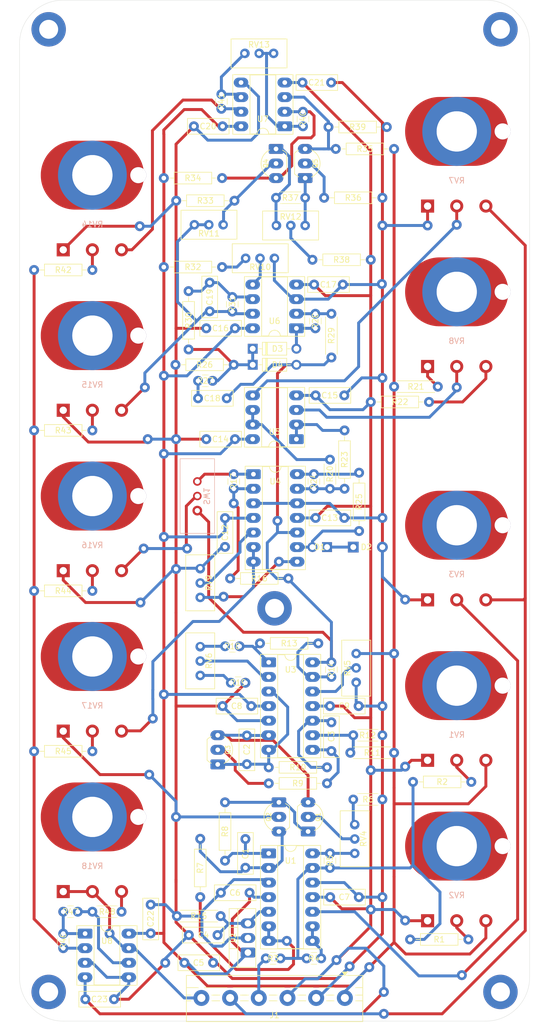
<source format=kicad_pcb>
(kicad_pcb (version 20241229) (generator "pcbnew") (generator_version "9.0")
  (layers (0 "F.Cu" signal) (2 "B.Cu" signal) (13 "F.Paste" user) (15 "B.Paste" user) (5 "F.SilkS" user "F.Silkscreen") (7 "B.SilkS" user "B.Silkscreen") (1 "F.Mask" user) (3 "B.Mask" user) (25 "Edge.Cuts" user))
  (net 0 "")
  (net 1 "Net-(Q2-C)")
  (net 2 "Net-(C1-Pad1)")
  (net 3 "Net-(Q1-C)")
  (net 4 "Net-(Q3-D)")
  (net 5 "Net-(C3-Pad1)")
  (net 6 "GND")
  (net 7 "VCC")
  (net 8 "VEE")
  (net 9 "Net-(C18-Pad2)")
  (net 10 "/Osc Core")
  (net 11 "Net-(U6B--)")
  (net 12 "/Triangle")
  (net 13 "Net-(D3-A)")
  (net 14 "Net-(Q1-E)")
  (net 15 "Net-(Q1-B)")
  (net 16 "Net-(Q3-G)")
  (net 17 "Net-(Q4-C)")
  (net 18 "Net-(Q4-B)")
  (net 19 "Net-(Q4-E)")
  (net 20 "Net-(Q5-B)")
  (net 21 "Net-(Q5-E)")
  (net 22 "Net-(Q5-C)")
  (net 23 "Net-(R1-Pad1)")
  (net 24 "Net-(R2-Pad1)")
  (net 25 "NOTE")
  (net 26 "Net-(U1D--)")
  (net 27 "Net-(R5-Pad2)")
  (net 28 "Net-(R6-Pad2)")
  (net 29 "Net-(U1B--)")
  (net 30 "Net-(R13-Pad1)")
  (net 31 "Net-(U3D--)")
  (net 32 "Net-(SW1-C)")
  (net 33 "Net-(R18-Pad1)")
  (net 34 "Net-(R19-Pad2)")
  (net 35 "Net-(U5A--)")
  (net 36 "Net-(U4D--)")
  (net 37 "Net-(R21-Pad1)")
  (net 38 "Net-(R22-Pad2)")
  (net 39 "Net-(U5B--)")
  (net 40 "Net-(R24-Pad2)")
  (net 41 "Net-(D1-A)")
  (net 42 "Net-(U6A--)")
  (net 43 "Net-(R32-Pad1)")
  (net 44 "Net-(R38-Pad2)")
  (net 45 "Net-(R40-Pad2)")
  (net 46 "Net-(U7B--)")
  (net 47 "/Sine")
  (net 48 "Net-(U8A--)")
  (net 49 "Net-(R42-Pad2)")
  (net 50 "Net-(R43-Pad2)")
  (net 51 "Net-(R44-Pad2)")
  (net 52 "Net-(R45-Pad2)")
  (net 53 "Net-(R46-Pad1)")
  (net 54 "Net-(U8B--)")
  (net 55 "Net-(R48-Pad1)")
  (net 56 "LFO")
  (net 57 "Net-(U5A-+)")
  (net 58 "Net-(U5B-+)")
  (net 59 "/Sawtooth")
  (net 60 "/PWM")
  (net 61 "OUT")
  (net 62 "Net-(U3D-+)")
  (net 63 "Net-(U3C--)")
  (net 64 "Net-(RV9-Pad1)")
  (net 65 "Net-(U4B-+)")
  (net 66 "Net-(D1-K)")
  (net 67 "Net-(U6B-+)")
  (net 68 "Net-(U1B-+)")
  (net 69 "Net-(U1C--)")
  (net 70 "Net-(U1C-+)")
  (net 71 "Net-(U3C-+)")
  (net 72 "Net-(U3A--)")
  (net 73 "Net-(U4A--)")
  (net 74 "Net-(D3-K)")
  (footprint "User:C_Rect_P5.00mm_CNC" (layer "F.Cu") (at 61.515 84.582 180)
    (property "Reference" "C18" (hide yes))
    (property "Value" "100p")
  )
  (footprint "User:MountingHole_M3_CNC" (layer "F.Cu") (at 30.48 20.32)
    (property "Reference" "REF**" (hide yes))
    (property "Value" "MountingHole_M3_CNC")
  )
  (footprint "User:R_10.16mm_CNC" (layer "F.Cu") (at 52.705 50.165)
    (property "Reference" "R33" (hide yes))
    (property "Value" "2k2")
  )
  (footprint "User:C_Rect_P5.00mm_CNC" (layer "F.Cu") (at 58.547 64.429 -90)
    (property "Reference" "C19" (hide yes))
    (property "Value" "47p")
  )
  (footprint "User:R_10.16mm_CNC" (layer "F.Cu") (at 61.214 165.1 90)
    (property "Reference" "R8" (hide yes))
    (property "Value" "10k")
  )
  (footprint "User:C_Axial_P5.00mm_CNC" (layer "F.Cu") (at 82.002 84.074 180)
    (property "Reference" "C15" (hide yes))
    (property "Value" "100n")
  )
  (footprint "User:R_5.08mm_CNC_Alt" (layer "F.Cu") (at 43.18 173.99 180)
    (property "Reference" "R48" (hide yes))
    (property "Value" "22k")
  )
  (footprint "User:R_2.54mm_CNC_Alt" (layer "F.Cu") (at 60.579 34.1605 90)
    (property "Reference" "R41" (hide yes))
    (property "Value" "100k")
  )
  (footprint "User:C_Axial_P5.00mm_CNC" (layer "F.Cu") (at 79.756 146.01 90)
    (property "Reference" "C3" (hide yes))
    (property "Value" "20p")
  )
  (footprint "User:R_10.16mm_CNC" (layer "F.Cu") (at 72.263 115.951 180)
    (property "Reference" "R16" (hide yes))
    (property "Value" "100k 1%")
  )
  (footprint "User:R_10.16mm_CNC" (layer "F.Cu") (at 86.614 85.217)
    (property "Reference" "R22" (hide yes))
    (property "Value" "47k")
  )
  (footprint "User:R_2.54mm_CNC" (layer "F.Cu") (at 68.3285 182.118)
    (property "Reference" "R3" (hide yes))
    (property "Value" "100k")
  )
  (footprint "User:R_10.16mm_CNC" (layer "F.Cu") (at 60.706 61.722 180)
    (property "Reference" "R32" (hide yes))
    (property "Value" "100k")
  )
  (footprint "User:R_2.54mm_CNC" (layer "F.Cu") (at 61.2165 127.762)
    (property "Reference" "R18" (hide yes))
    (property "Value" "100k")
  )
  (footprint "User:DIP-14_CNC" (layer "F.Cu") (at 66.167 97.795)
    (property "Reference" "U4" (hide yes))
    (property "Value" "TL074")
  )
  (footprint "User:D_P5.08mm_CNC" (layer "F.Cu") (at 83.566 110.49)
    (property "Reference" "D2" (hide yes))
    (property "Value" "5V1")
  )
  (footprint "User:Potentiometer_Trim_CNC" (layer "F.Cu") (at 83.82 161.33 -90)
    (property "Reference" "RV4" (hide yes))
    (property "Value" "1k")
  )
  (footprint "User:TO-92_CNC" (layer "F.Cu") (at 70.104 43.688 90)
    (property "Reference" "Q4" (hide yes))
    (property "Value" "BC548")
  )
  (footprint "User:R_2.54mm_CNC_Alt" (layer "F.Cu") (at 64.77 134.112 180)
    (property "Reference" "R19" (hide yes))
    (property "Value" "100k")
  )
  (footprint "User:TO-220_CNC" (layer "F.Cu") (at 65.207 178.562 90)
    (property "Reference" "U2" (hide yes))
    (property "Value" "LM7805")
  )
  (footprint "User:R_10.16mm_CNC" (layer "F.Cu") (at 27.94 118.11)
    (property "Reference" "R44" (hide yes))
    (property "Value" "220k")
  )
  (footprint "User:R_10.16mm_CNC" (layer "F.Cu") (at 52.578 78.74)
    (property "Reference" "R26" (hide yes))
    (property "Value" "100k")
  )
  (footprint "User:MountingHole_M3_CNC" (layer "F.Cu") (at 109.22 20.32)
    (property "Reference" "REF**" (hide yes))
    (property "Value" "MountingHole_M3_CNC")
  )
  (footprint "User:R_10.16mm_CNC" (layer "F.Cu") (at 78.486 49.657)
    (property "Reference" "R36" (hide yes))
    (property "Value" "2k2")
  )
  (footprint "User:TO-92_CNC" (layer "F.Cu") (at 75.184 43.688 -90)
    (property "Reference" "Q5" (hide yes))
    (property "Value" "BC548")
  )
  (footprint "User:C_Axial_P5.00mm_CNC" (layer "F.Cu") (at 59.142 182.88 180)
    (property "Reference" "C5" (hide yes))
    (property "Value" "220n")
  )
  (footprint "User:R_10.16mm_CNC" (layer "F.Cu") (at 27.94 62.23)
    (property "Reference" "R42" (hide yes))
    (property "Value" "220k")
  )
  (footprint "User:Potentiometer_Trim_CNC" (layer "F.Cu") (at 84.074 131.532 90)
    (property "Reference" "RV5" (hide yes))
    (property "Value" "100k")
  )
  (footprint "User:R_7.62mm_CNC" (layer "F.Cu") (at 98.298 82.55 180)
    (property "Reference" "R21" (hide yes))
    (property "Value" "47k")
  )
  (footprint "User:TO-92_CNC" (layer "F.Cu") (at 59.944 145.796 -90)
    (property "Reference" "Q3" (hide yes))
    (property "Value" "2N7000")
  )
  (footprint "User:D_P7.62mm_CNC" (layer "F.Cu") (at 66.04 75.946)
    (property "Reference" "D3" (hide yes))
    (property "Value" "1N4148")
  )
  (footprint "User:R_10.16mm_CNC" (layer "F.Cu") (at 56.896 171.45 90)
    (property "Reference" "R7" (hide yes))
    (property "Value" "1M")
  )
  (footprint "User:R_2.54mm_CNC" (layer "F.Cu") (at 79.756 133.096 90)
    (property "Reference" "R14" (hide yes))
    (property "Value" "100k 1%")
  )
  (footprint "User:C_Axial_P5.00mm_CNC" (layer "F.Cu") (at 62.952 72.39 180)
    (property "Reference" "C16" (hide yes))
    (property "Value" "100n")
  )
  (footprint "User:TO-92_CNC" (layer "F.Cu") (at 70.612 157.48 90)
    (property "Reference" "Q2" (hide yes))
    (property "Value" "BC548")
  )
  (footprint "User:Potentiometer_Trim_CNC" (layer "F.Cu") (at 56.896 116.753 -90)
    (property "Reference" "RV9" (hide yes))
    (property "Value" "100k")
  )
  (footprint "User:MountingHole_M3_CNC" (layer "F.Cu") (at 30.48 187.96)
    (property "Reference" "REF**" (hide yes))
    (property "Value" "MountingHole_M3_CNC")
  )
  (footprint "User:DIP8_CNC" (layer "F.Cu") (at 71.628 37.211 180)
    (property "Reference" "U7" (hide yes))
    (property "Value" "TL072")
  )
  (footprint "User:C_Axial_P5.00mm_CNC" (layer "F.Cu") (at 84.502 138.176 180)
    (property "Reference" "C9" (hide yes))
    (property "Value" "100n")
  )
  (footprint "User:R_2.54mm_CNC" (layer "F.Cu") (at 35.56 173.99 180)
    (property "Reference" "R47" (hide yes))
    (property "Value" "22k")
  )
  (footprint "User:R_10.16mm_CNC" (layer "F.Cu") (at 68.834 148.844)
    (property "Reference" "R10" (hide yes))
    (property "Value" "22k")
  )
  (footprint "User:R_10.16mm_CNC" (layer "F.Cu") (at 68.834 151.638)
    (property "Reference" "R9" (hide yes))
    (property "Value" "10k")
  )
  (footprint "User:R_10.16mm_CNC" (layer "F.Cu") (at 103.632 178.816 180)
    (property "Reference" "R1" (hide yes))
    (property "Value" "2M2")
  )
  (footprint "User:C_Axial_P5.00mm_CNC" (layer "F.Cu") (at 65.492 170.688 180)
    (property "Reference" "C6" (hide yes))
    (property "Value" "100n")
  )
  (footprint "User:Potentiometer_Trim_CNC" (layer "F.Cu") (at 56.896 130.342 -90)
    (property "Reference" "RV6" (hide yes))
    (property "Value" "100k")
  )
  (footprint "User:C_Axial_P5.00mm_CNC" (layer "F.Cu") (at 48.26 177.76 90)
    (property "Reference" "C22" (hide yes))
    (property "Value" "100n")
  )
  (footprint "User:R_2.54mm_CNC" (layer "F.Cu") (at 33.02 177.8 -90)
    (property "Reference" "R46" (hide yes))
    (property "Value" "51k")
  )
  (footprint "User:C_Rect_P5.00mm_CNC" (layer "F.Cu") (at 65.024 148.296 90)
    (property "Reference" "C2" (hide yes))
    (property "Value" "10n")
  )
  (footprint "User:R_5.08mm_CNC" (layer "F.Cu") (at 70.104 49.657)
    (property "Reference" "R37" (hide yes))
    (property "Value" "390")
  )
  (footprint "User:R_5.08mm_CNC" (layer "F.Cu") (at 88.646 154.432 180)
    (property "Reference" "R6" (hide yes))
    (property "Value" "47")
  )
  (footprint "User:Potentiometer_Trim_CNC" (layer "F.Cu") (at 58.38 54.356 180)
    (property "Reference" "RV11" (hide yes))
    (property "Value" "100k")
  )
  (footprint "User:R_2.54mm_CNC" (layer "F.Cu") (at 76.962 69.8525 -90)
    (property "Reference" "R28" (hide yes))
    (property "Value" "100k 1%")
  )
  (footprint "User:R_10.16mm_CNC" (layer "F.Cu") (at 79.248 37.338)
    (property "Reference" "R39" (hide yes))
    (property "Value" "10k 1%")
  )
  (footprint "User:TerminalBlock_1x6_CNC" (layer "F.Cu") (at 82.1 189.0085 180)
    (property "Reference" "J1")
    (property "Value" "Conn_01x06_Pin")
  )
  (footprint "User:R_2.54mm_CNC" (layer "F.Cu") (at 79.502 166.3675 90)
    (property "Reference" "R5" (hide yes))
    (property "Value" "22k")
  )
  (footprint "User:C_Axial_P5.00mm_CNC" (layer "F.Cu") (at 64.77 161.33 -90)
    (property "Reference" "C1" (hide yes))
    (property "Value" "100p")
  )
  (footprint "User:DIP8_CNC" (layer "F.Cu") (at 36.83 177.8)
    (property "Reference" "U8" (hide yes))
    (property "Value" "TL072")
  )
  (footprint "User:R_10.16mm_CNC" (layer "F.Cu") (at 80.518 41.148)
    (property "Reference" "R35" (hide yes))
    (property "Value" "1k 1%")
  )
  (footprint "User:C_Axial_P5.00mm_CNC" (layer "F.Cu") (at 60.793 37.211 180)
    (property "Reference" "C20" (hide yes))
    (property "Value" "100n")
  )
  (footprint "User:R_5.08mm_CNC" (layer "F.Cu") (at 79.502 95.25 -90)
    (property "Reference" "R20" (hide yes))
    (property "Value" "100k 1%")
  )
  (footprint "User:DIP-14_CNC" (layer "F.Cu") (at 68.834 163.835)
    (property "Reference" "U1" (hide yes))
    (property "Value" "TL074")
  )
  (footprint "User:MountingHole_M3_CNC" (layer "F.Cu") (at 69.85 121.158)
    (property "Reference" "REF**" (hide yes))
    (property "Value" "MountingHole_M3_CNC")
  )
  (footprint "User:C_Axial_P5.00mm_CNC" (layer "F.Cu") (at 79.716 29.591 180)
    (property "Reference" "C21" (hide yes))
    (property "Value" "100n")
  )
  (footprint "User:C_Axial_P5.00mm_CNC" (layer "F.Cu") (at 82.002 105.41 180)
    (property "Reference" "C13" (hide yes))
    (property "Value" "100n")
  )
  (footprint "User:R_10.16mm_CNC" (layer "F.Cu") (at 86.614 60.452 180)
    (property "Reference" "R38" (hide yes))
    (property "Value" "18k")
  )
  (footprint "User:R_7.62mm_CNC" (layer "F.Cu") (at 60.452 174.752 180)
    (property "Reference" "R15" (hide yes))
    (property "Value" "1k")
  )
  (footprint "User:R_7.62mm_CNC" (layer "F.Cu") (at 79.756 69.85 -90)
    (property "Reference" "R29" (hide yes))
    (property "Value" "100k 1%")
  )
  (footprint "User:D_P2.54mm_CNC" (layer "F.Cu") (at 78.994 110.49 180)
    (property "Reference" "D1" (hide yes))
    (property "Value" "5V1")
  )
  (footprint "User:R_10.16mm_CNC" (layer "F.Cu") (at 82.042 90.17 -90)
    (property "Reference" "R23" (hide yes))
    (property "Value" "100k 1%")
  )
  (footprint "User:R_2.54mm_CNC" (layer "F.Cu") (at 77.9755 182.118 180)
    (property "Reference" "R4" (hide yes))
    (property "Value" "220k")
  )
  (footprint "User:MountingHole_M3_CNC" (layer "F.Cu") (at 109.22 187.96)
    (property "Reference" "REF**" (hide yes))
    (property "Value" "MountingHole_M3_CNC")
  )
  (footprint "User:R_2.54mm_CNC_Alt" (layer "F.Cu") (at 59.055 81.534 180)
    (property "Reference" "R27" (hide yes))
    (property "Value" "33k")
  )
  (footprint "User:R_2.54mm_CNC" (layer "F.Cu") (at 62.484 66.9315 -90)
    (property "Reference" "R31" (hide yes))
    (property "Value" "100k 1%")
  )
  (footprint "User:Potentiometer_Trim_CNC" (layer "F.Cu") (at 67.183 24.511)
    (property "Reference" "RV13" (hide yes))
    (property "Value" "100k")
  )
  (footprint "User:DIP-8_CNC" (layer "F.Cu") (at 73.66 72.39 180)
    (property "Reference" "U6" (hide yes))
    (property "Value" "TL072")
  )
  (footprint "User:C_Axial_P5.00mm_CNC" (layer "F.Cu") (at 84.542 171.45 180)
    (property "Reference" "C7" (hide yes))
    (property "Value" "100n")
  )
  (footprint "User:R_10.16mm_CNC" (layer "F.Cu") (at 104.14 151.384 180)
    (property "Reference" "R2" (hide yes))
    (property "Value" "220k")
  )
  (footprint "User:C_Axial_P5.00mm_CNC" (layer "F.Cu") (at 65.786 138.176 180)
    (property "Reference" "C8" (hide yes))
    (property "Value" "100n")
  )
  (footprint "User:DIP-8_CNC" (layer "F.Cu") (at 73.66 91.694 180)
    (property "Reference" "U5" (hide yes))
    (property "Value" "TL072")
  )
  (footprint "User:R_7.62mm_CNC" (layer "F.Cu") (at 83.058 146.304)
    (property "Reference" "R11" (hide yes))
    (property "Value" "100k")
  )
  (footprint "User:C_Axial_P5.00mm_CNC" (layer "F.Cu") (at 81.748 64.77 180)
    (property "Reference" "C17" (hide yes))
    (property "Value" "100n")
  )
  (footprint "User:C_Axial_P5.00mm_CNC" (layer "F.Cu") (at 41.87 189.23 180)
    (property "Reference" "C23" (hide yes))
    (property "Value" "100n")
  )
  (footprint "User:R_10.16mm_CNC" (layer "F.Cu") (at 60.706 46.228 180)
    (property "Reference" "R34" (hide yes))
    (property "Value" "1k 1%")
  )
  (footprint "User:R_10.16mm_CNC" (layer "F.Cu") (at 67.31 127.254)
    (property "Reference" "R13" (hide yes))
    (property "Value" "100k 1%")
  )
  (footprint "User:C_Axial_P5.00mm_CNC" (layer "F.Cu") (at 62.952 91.694 180)
    (property "Reference" "C14" (hide yes))
    (property "Value" "100n")
  )
  (footprint "User:DIP-14_CNC" (layer "F.Cu") (at 68.834 130.561)
    (property "Reference" "U3" (hide yes))
    (property "Value" "TL074")
  )
  (footprint "User:R_10.16mm_CNC" (layer "F.Cu") (at 27.94 90.17)
    (property "Reference" "R43" (hide yes))
    (property "Value" "220k")
  )
  (footprint "User:Potentiometer_Trim_CNC" (layer "F.Cu") (at 67.31 60.198 180)
    (property "Reference" "RV10" (hide yes))
    (property "Value" "100k")
  )
  (footprint "User:C_Axial_P5.00mm_CNC" (layer "F.Cu") (at 54.904 178.054)
    (property "Reference" "C4" (hide yes))
    (property "Value" "220n")
  )
  (footprint "User:R_2.54mm_CNC" (layer "F.Cu") (at 76.708 100.33 90)
    (property "Reference" "R24" (hide yes))
    (property "Value" "100k 1%")
  )
  (footprint "User:D_P7.62mm_CNC" (layer "F.Cu") (at 66.04 78.74)
    (property "Reference" "D4" (hide yes))
    (property "Value" "1N4148")
  )
  (footprint "User:R_10.16mm_CNC" (layer "F.Cu") (at 84.582 97.536 -90)
    (property "Reference" "R25" (hide yes))
    (property "Value" "10k")
  )
  (footprint "User:R_5.08mm_CNC" (layer "F.Cu") (at 83.566 143.256)
    (property "Reference" "R12" (hide yes))
    (property "Value" "51k")
  )
  (footprint "User:TO-92_CNC" (layer "F.Cu") (at 75.692 157.48 -90)
    (property "Reference" "Q1" (hide yes))
    (property "Value" "BC548")
  )
  (footprint "User:R_10.16mm_CNC" (layer "F.Cu") (at 54.864 76.073 90)
    (property "Reference" "R30" (hide yes))
    (property "Value" "100k 1%")
  )
  (footprint "User:R_10.16mm_CNC" (layer "F.Cu") (at 27.94 146.05)
    (property "Reference" "R45" (hide yes))
    (property "Value" "220k")
  )
  (footprint "User:Potentiometer_Trim_CNC" (layer "F.Cu") (at 72.684 54.483)
    (property "Reference" "RV12" (hide yes))
    (property "Value" "50k")
  )
  (footprint "User:R_2.54mm_CNC" (layer "F.Cu") (at 62.738 100.33 90)
    (property "Reference" "R17" (hide yes))
    (property "Value" "100k 1%")
  )
  (footprint "User:R_2.54mm_CNC_Alt" (layer "F.Cu") (at 74.803 34.6735 -90)
    (property "Reference" "R40" (hide yes))
    (property "Value" "10k 1%")
  )
  (footprint "User:C_Axial_P5.00mm_CNC" (layer "F.Cu") (at 61.214 105.45 -90)
    (property "Reference" "C12" (hide yes))
    (property "Value" "100n")
  )
  (footprint "User:SW_Slide_SPST_H6.00mm_CNC" (layer "B.Cu") (at 56.388 101.6 90)
    (property "Reference" "SW1" (hide yes))
    (property "Value" "SW_SPDT" (hide yes))
  )
  (footprint "User:Potentiometer_PanelMount_CNC" (layer "B.Cu") (at 38.1 129.54 180)
    (property "Reference" "RV17" (hide yes))
    (property "Value" "B100k")
  )
  (footprint "User:Potentiometer_PanelMount_CNC" (layer "B.Cu") (at 101.6 134.62 180)
    (property "Reference" "RV1" (hide yes))
    (property "Value" "B100k")
  )
  (footprint "User:Potentiometer_PanelMount_CNC" (layer "B.Cu") (at 38.1 101.6 180)
    (property "Reference" "RV16" (hide yes))
    (property "Value" "B100k")
  )
  (footprint "User:Potentiometer_PanelMount_CNC" (layer "B.Cu") (at 101.6 106.68 180)
    (property "Reference" "RV3" (hide yes))
    (property "Value" "A1M")
  )
  (footprint "User:Potentiometer_PanelMount_CNC" (layer "B.Cu") (at 38.1 45.72 180)
    (property "Reference" "RV14" (hide yes))
    (property "Value" "B100k")
  )
  (footprint "User:Potentiometer_PanelMount_CNC" (layer "B.Cu") (at 101.6 38.1 180)
    (property "Reference" "RV7" (hide yes))
    (property "Value" "B100k")
  )
  (footprint "User:Potentiometer_PanelMount_CNC" (layer "B.Cu") (at 38.1 157.48 180)
    (property "Reference" "RV18" (hide yes))
    (property "Value" "B100k")
  )
  (footprint "User:Potentiometer_PanelMount_CNC" (layer "B.Cu") (at 101.6 162.56 180)
    (property "Reference" "RV2" (hide yes))
    (property "Value" "B100k")
  )
  (footprint "User:Potentiometer_PanelMount_CNC" (layer "B.Cu") (at 101.6 66.04 180)
    (property "Reference" "RV8" (hide yes))
    (property "Value" "B100k")
  )
  (footprint "User:Potentiometer_PanelMount_CNC" (layer "B.Cu") (at 38.1 73.66 180)
    (property "Reference" "RV15" (hide yes))
    (property "Value" "B100k")
  )
  (gr_line (start 33.02 15.24) (end 106.68 15.24) (stroke (width 0.05)) (layer "Edge.Cuts"))
  (gr_line (start 114.3 22.86) (end 114.3 185.42) (stroke (width 0.05)) (layer "Edge.Cuts"))
  (gr_line (start 106.68 193.04) (end 33.02 193.04) (stroke (width 0.05)) (layer "Edge.Cuts"))
  (gr_arc (start 33.02 193.04) (mid 27.631846 190.808154) (end 25.4 185.42) (stroke (width 0.05)) (layer "Edge.Cuts"))
  (gr_arc (start 106.68 15.24) (mid 112.068154 17.471846) (end 114.3 22.86) (stroke (width 0.05)) (layer "Edge.Cuts"))
  (gr_arc (start 114.3 185.42) (mid 112.068154 190.808154) (end 106.68 193.04) (stroke (width 0.05)) (layer "Edge.Cuts"))
  (gr_line (start 25.4 185.42) (end 25.4 22.86) (stroke (width 0.05)) (layer "Edge.Cuts"))
  (gr_arc (start 25.4 22.86) (mid 27.631846 17.471846) (end 33.02 15.24) (stroke (width 0.05)) (layer "Edge.Cuts"))
  (segment (start 71.1718 160.5798) (end 71.1718 165.0482) (width 0.508) (layer "B.Cu") (net 1))
  (segment (start 64.0686 167.0314) (end 60.413987 167.0314) (width 0.508) (layer "B.Cu") (net 1))
  (segment (start 69.845 166.375) (end 68.834 166.375) (width 0.508) (layer "B.Cu") (net 1))
  (segment (start 68.789 166.33) (end 68.834 166.375) (width 0.508) (layer "B.Cu") (net 1))
  (segment (start 71.1718 165.0482) (end 69.845 166.375) (width 0.508) (layer "B.Cu") (net 1))
  (segment (start 64.77 166.33) (end 64.0686 167.0314) (width 0.508) (layer "B.Cu") (net 1))
  (segment (start 56.896 163.513413) (end 56.896 161.29) (width 0.508) (layer "B.Cu") (net 1))
  (segment (start 64.77 166.33) (end 68.789 166.33) (width 0.508) (layer "B.Cu") (net 1))
  (segment (start 60.413987 167.0314) (end 56.896 163.513413) (width 0.508) (layer "B.Cu") (net 1))
  (segment (start 70.612 160.02) (end 71.1718 160.5798) (width 0.508) (layer "B.Cu") (net 1))
  (segment (start 61.214 165.1) (end 62.479 163.835) (width 0.508) (layer "B.Cu") (net 2))
  (segment (start 62.479 163.835) (end 64.77 163.835) (width 0.508) (layer "B.Cu") (net 2))
  (segment (start 64.77 163.835) (end 68.834 163.835) (width 0.508) (layer "B.Cu") (net 2))
  (segment (start 64.77 161.33) (end 64.77 163.835) (width 0.508) (layer "B.Cu") (net 2))
  (segment (start 75.692 150.241) (end 69.596 144.145) (width 0.508) (layer "F.Cu") (net 3))
  (segment (start 69.596 144.145) (end 62.357 144.145) (width 0.508) (layer "F.Cu") (net 3))
  (segment (start 61.468 143.256) (end 59.944 143.256) (width 0.508) (layer "F.Cu") (net 3))
  (segment (start 75.692 154.94) (end 75.692 150.241) (width 0.508) (layer "F.Cu") (net 3))
  (segment (start 62.357 144.145) (end 61.468 143.256) (width 0.508) (layer "F.Cu") (net 3))
  (segment (start 68.799 143.296) (end 68.834 143.261) (width 0.508) (layer "B.Cu") (net 3))
  (segment (start 59.944 143.256) (end 64.984 143.256) (width 0.508) (layer "B.Cu") (net 3))
  (segment (start 64.984 143.256) (end 65.024 143.296) (width 0.508) (layer "B.Cu") (net 3))
  (segment (start 65.024 143.296) (end 68.799 143.296) (width 0.508) (layer "B.Cu") (net 3))
  (segment (start 68.834 145.801) (end 68.834 149.098) (width 0.508) (layer "B.Cu") (net 4))
  (segment (start 69.431812 135.641) (end 68.834 135.641) (width 0.508) (layer "B.Cu") (net 4))
  (segment (start 59.944 148.336) (end 64.984 148.336) (width 0.508) (layer "B.Cu") (net 4))
  (segment (start 72.136 138.345188) (end 69.431812 135.641) (width 0.508) (layer "B.Cu") (net 4))
  (segment (start 64.984 148.336) (end 65.024 148.296) (width 0.508) (layer "B.Cu") (net 4))
  (segment (start 69.431812 145.801) (end 72.136 143.096812) (width 0.508) (layer "B.Cu") (net 4))
  (segment (start 72.136 143.096812) (end 72.136 138.345188) (width 0.508) (layer "B.Cu") (net 4))
  (segment (start 68.286 148.296) (end 68.834 148.844) (width 0.508) (layer "B.Cu") (net 4))
  (segment (start 68.834 145.801) (end 69.431812 145.801) (width 0.508) (layer "B.Cu") (net 4))
  (segment (start 65.024 148.296) (end 68.286 148.296) (width 0.508) (layer "B.Cu") (net 4))
  (segment (start 80.9254 149.7066) (end 80.9254 147.1794) (width 0.508) (layer "B.Cu") (net 5))
  (segment (start 78.994 151.638) (end 80.9254 149.7066) (width 0.508) (layer "B.Cu") (net 5))
  (segment (start 76.454 145.801) (end 79.547 145.801) (width 0.508) (layer "B.Cu") (net 5))
  (segment (start 79.547 145.801) (end 79.756 146.01) (width 0.508) (layer "B.Cu") (net 5))
  (segment (start 80.9254 147.1794) (end 79.756 146.01) (width 0.508) (layer "B.Cu") (net 5))
  (segment (start 96.52 119.68) (end 92.6544 119.68) (width 0.508) (layer "F.Cu") (net 6))
  (segment (start 88.646 138.176) (end 88.646 105.41) (width 0.508) (layer "F.Cu") (net 6))
  (segment (start 46.482 120.142) (end 36.911 120.142) (width 0.508) (layer "F.Cu") (net 6))
  (segment (start 33.02 143.701413) (end 39.432587 150.114) (width 0.508) (layer "F.Cu") (net 6))
  (segment (start 62.4722 185.6222) (end 80.8238 185.6222) (width 0.508) (layer "F.Cu") (net 6))
  (segment (start 41.87 189.23) (end 44.45 189.23) (width 0.508) (layer "F.Cu") (net 6))
  (segment (start 64.77 134.112) (end 64.77 134.192) (width 0.508) (layer "F.Cu") (net 6))
  (segment (start 88.646 105.41) (end 88.646 81.026) (width 0.508) (layer "F.Cu") (net 6))
  (segment (start 88.646 54.483) (end 88.646 36.576) (width 0.508) (layer "F.Cu") (net 6))
  (segment (start 33.02 116.251) (end 33.02 114.6) (width 0.508) (layer "F.Cu") (net 6))
  (segment (start 81.661 29.591) (end 89.408 37.338) (width 0.508) (layer "F.Cu") (net 6))
  (segment (start 33.02 142.54) (end 33.02 143.701413) (width 0.508) (layer "F.Cu") (net 6))
  (segment (start 88.646 36.576) (end 88.5825 36.5125) (width 0.508) (layer "F.Cu") (net 6))
  (segment (start 37.400587 92.202) (end 33.02 87.821413) (width 0.508) (layer "F.Cu") (net 6))
  (segment (start 52.6796 138.176) (end 52.6796 121.92) (width 0.508) (layer "F.Cu") (net 6))
  (segment (start 47.752 91.694) (end 47.244 92.202) (width 0.508) (layer "F.Cu") (net 6))
  (segment (start 88.646 81.026) (end 88.646 54.483) (width 0.508) (layer "F.Cu") (net 6))
  (segment (start 79.716 29.591) (end 81.661 29.591) (width 0.508) (layer "F.Cu") (net 6))
  (segment (start 46.355 54.61) (end 37.13 54.61) (width 0.508) (layer "F.Cu") (net 6))
  (segment (start 52.6796 91.694) (end 52.6796 72.39) (width 0.508) (layer "F.Cu") (net 6))
  (segment (start 80.8238 185.6222) (end 88.646 177.8) (width 0.508) (layer "F.Cu") (net 6))
  (segment (start 52.6796 168.402) (end 52.6796 175.8296) (width 0.508) (layer "F.Cu") (net 6))
  (segment (start 92.6544 119.68) (end 92.6084 119.634) (width 0.508) (layer "F.Cu") (net 6))
  (segment (start 52.6796 175.8296) (end 62.4722 185.6222) (width 0.508) (layer "F.Cu") (net 6))
  (segment (start 64.77 134.192) (end 60.786 138.176) (width 0.508) (layer "F.Cu") (net 6))
  (segment (start 52.6796 168.402) (end 52.6796 157.48) (width 0.508) (layer "F.Cu") (net 6))
  (segment (start 52.6796 114.3) (end 52.6796 91.694) (width 0.508) (layer "F.Cu") (net 6))
  (segment (start 52.6796 72.39) (end 52.6796 40.3244) (width 0.508) (layer "F.Cu") (net 6))
  (segment (start 39.432587 150.114) (end 48.006 150.114) (width 0.508) (layer "F.Cu") (net 6))
  (segment (start 52.6796 168.402) (end 52.6796 168.91) (width 0.508) (layer "F.Cu") (net 6))
  (segment (start 52.6796 121.92) (end 52.6796 114.3) (width 0.508) (layer "F.Cu") (net 6))
  (segment (start 52.6796 40.3244) (end 55.793 37.211) (width 0.508) (layer "F.Cu") (net 6))
  (segment (start 88.646 177.8) (end 88.646 171.45) (width 0.508) (layer "F.Cu") (net 6))
  (segment (start 37.13 54.61) (end 33.02 58.72) (width 0.508) (layer "F.Cu") (net 6))
  (segment (start 44.45 189.23) (end 50.8 182.88) (width 0.508) (layer "F.Cu") (net 6))
  (segment (start 88.646 171.45) (end 88.646 138.176) (width 0.508) (layer "F.Cu") (net 6))
  (segment (start 60.786 138.176) (end 52.6796 138.176) (width 0.508) (layer "F.Cu") (net 6))
  (segment (start 47.244 92.202) (end 37.400587 92.202) (width 0.508) (layer "F.Cu") (net 6))
  (segment (start 36.911 120.142) (end 33.02 116.251) (width 0.508) (layer "F.Cu") (net 6))
  (segment (start 52.6796 157.48) (end 52.6796 138.176) (width 0.508) (layer "F.Cu") (net 6))
  (segment (start 57.952 72.39) (end 52.6796 72.39) (width 0.508) (layer "F.Cu") (net 6))
  (segment (start 57.952 91.694) (end 52.6796 91.694) (width 0.508) (layer "F.Cu") (net 6))
  (segment (start 96.52 51.1) (end 96.52 54.483) (width 0.508) (layer "F.Cu") (net 6))
  (segment (start 33.02 87.821413) (end 33.02 86.66) (width 0.508) (layer "F.Cu") (net 6))
  (via (at 88.646 171.45) (size 1.7272) (drill 0.8128) (layers "F.Cu" "B.Cu") (net 6))
  (via (at 96.52 54.483) (size 1.7272) (drill 0.8128) (layers "F.Cu" "B.Cu") (net 6))
  (via (at 47.752 91.694) (size 1.7272) (drill 0.8128) (layers "F.Cu" "B.Cu") (net 6))
  (via (at 46.355 54.61) (size 1.7272) (drill 0.8128) (layers "F.Cu" "B.Cu") (net 6))
  (via (at 46.482 120.142) (size 1.7272) (drill 0.8128) (layers "F.Cu" "B.Cu") (net 6))
  (via (at 52.6796 114.3) (size 1.7272) (drill 0.8128) (layers "F.Cu" "B.Cu") (net 6))
  (via (at 50.8 182.88) (size 1.7272) (drill 0.8128) (layers "F.Cu" "B.Cu") (net 6))
  (via (at 52.6796 91.694) (size 1.7272) (drill 0.8128) (layers "F.Cu" "B.Cu") (net 6))
  (via (at 88.646 105.41) (size 1.7272) (drill 0.8128) (layers "F.Cu" "B.Cu") (net 6))
  (via (at 52.6796 157.48) (size 1.7272) (drill 0.8128) (layers "F.Cu" "B.Cu") (net 6))
  (via (at 88.646 54.483) (size 1.7272) (drill 0.8128) (layers "F.Cu" "B.Cu") (net 6))
  (via (at 88.551001 64.675001) (size 1.7272) (drill 0.8128) (layers "F.Cu" "B.Cu") (net 6))
  (via (at 48.006 150.114) (size 1.7272) (drill 0.8128) (layers "F.Cu" "B.Cu") (net 6))
  (via (at 88.646 138.176) (size 1.7272) (drill 0.8128) (layers "F.Cu" "B.Cu") (net 6))
  (via (at 82.931 183.515) (size 1.7272) (drill 0.8128) (layers "F.Cu" "B.Cu") (net 6))
  (via (at 88.646 81.026) (size 1.7272) (drill 0.8128) (layers "F.Cu" "B.Cu") (net 6))
  (via (at 92.6084 119.634) (size 1.7272) (drill 0.8128) (layers "F.Cu" "B.Cu") (net 6))
  (segment (start 84.074 137.748) (end 84.502 138.176) (width 0.508) (layer "B.Cu") (net 6))
  (segment (start 68.834 140.721) (end 63.331 140.721) (width 0.508) (layer "B.Cu") (net 6))
  (segment (start 84.502 138.176) (end 88.646 138.176) (width 0.508) (layer "B.Cu") (net 6))
  (segment (start 52.832 174.752) (end 57.19 174.752) (width 0.508) (layer "B.Cu") (net 6))
  (segment (start 69.81 60.198) (end 69.81 64.057812) (width 0.508) (layer "B.Cu") (net 6))
  (segment (start 73.062188 67.31) (end 73.66 67.31) (width 0.508) (layer "B.Cu") (net 6))
  (segment (start 79.208 67.31) (end 81.748 64.77) (width 0.508) (layer "B.Cu") (net 6))
  (segment (start 38.1 182.88) (end 40.64 185.42) (width 0.508) (layer "B.Cu") (net 6))
  (segment (start 44.45 186.65) (end 41.87 189.23) (width 0.508) (layer "B.Cu") (net 6))
  (segment (start 50.8 182.158) (end 54.904 178.054) (width 0.508) (layer "B.Cu") (net 6))
  (segment (start 50.8 182.88) (end 50.8 182.158) (width 0.508) (layer "B.Cu") (net 6))
  (segment (start 64.008 29.591) (end 64.605812 29.591) (width 0.508) (layer "B.Cu") (net 6))
  (segment (start 82.002 84.074) (end 85.05 81.026) (width 0.508) (layer "B.Cu") (net 6))
  (segment (start 76.454 168.915) (end 82.007 168.915) (width 0.508) (layer "B.Cu") (net 6))
  (segment (start 70.612 157.48) (end 52.6796 157.48) (width 0.508) (layer "B.Cu") (net 6))
  (segment (start 57.19 173.95) (end 57.19 174.752) (width 0.508) (layer "B.Cu") (net 6))
  (segment (start 65.786 39.624) (end 58.206 39.624) (width 0.508) (layer "B.Cu") (net 6))
  (segment (start 60.699 110.45) (end 56.896 114.253) (width 0.508) (layer "B.Cu") (net 6))
  (segment (start 52.6796 154.7876) (end 52.6796 157.48) (width 0.508) (layer "B.Cu") (net 6))
  (segment (start 52.8066 114.173) (end 52.6796 114.3) (width 0.508) (layer "B.Cu") (net 6))
  (segment (start 52.324 114.3) (end 52.6796 114.3) (width 0.508) (layer "B.Cu") (net 6))
  (segment (start 44.45 185.42) (end 44.45 186.65) (width 0.508) (layer "B.Cu") (net 6))
  (segment (start 96.52 54.483) (end 88.646 54.483) (width 0.508) (layer "B.Cu") (net 6))
  (segment (start 69.81 64.057812) (end 73.062188 67.31) (width 0.508) (layer "B.Cu") (net 6))
  (segment (start 92.6084 119.634) (end 88.646 115.6716) (width 0.508) (layer "B.Cu") (net 6))
  (segment (start 63.331 140.721) (end 60.786 138.176) (width 0.508) (layer "B.Cu") (net 6))
  (segment (start 82.007 168.915) (end 84.542 171.45) (width 0.508) (layer "B.Cu") (net 6))
  (segment (start 84.074 134.112) (end 84.074 137.748) (width 0.508) (layer "B.Cu") (net 6))
  (segment (start 73.66 67.31) (end 79.208 67.31) (width 0.508) (layer "B.Cu") (net 6))
  (segment (start 48.26 54.61) (end 52.705 50.165) (width 0.508) (layer "B.Cu") (net 6))
  (segment (start 61.214 110.45) (end 60.699 110.45) (width 0.508) (layer "B.Cu") (net 6))
  (segment (start 40.64 185.42) (end 44.45 185.42) (width 0.508) (layer "B.Cu") (net 6))
  (segment (start 77.4375 189.0085) (end 77.1 189.0085) (width 0.508) (layer "B.Cu") (net 6))
  (segment (start 81.748 64.77) (end 88.456002 64.77) (width 0.508) (layer "B.Cu") (net 6))
  (segment (start 48.26 172.76) (end 50.84 172.76) (width 0.508) (layer "B.Cu") (net 6))
  (segment (start 88.456002 64.77) (end 88.551001 64.675001) (width 0.508) (layer "B.Cu") (net 6))
  (segment (start 60.704013 179.9854) (end 59.103987 179.9854) (width 0.508) (layer "B.Cu") (net 6))
  (segment (start 46.355 54.61) (end 48.26 54.61) (width 0.508) (layer "B.Cu") (net 6))
  (segment (start 85.05 81.026) (end 88.646 81.026) (width 0.508) (layer "B.Cu") (net 6))
  (segment (start 73.787 102.875) (end 79.467 102.875) (width 0.508) (layer "B.Cu") (net 6))
  (segment (start 47.752 91.694) (end 52.6796 91.694) (width 0.508) (layer "B.Cu") (net 6))
  (segment (start 88.646 115.6716) (end 88.646 110.49) (width 0.508) (layer "B.Cu") (net 6))
  (segment (start 84.542 171.45) (end 88.646 171.45) (width 0.508) (layer "B.Cu") (net 6))
  (segment (start 59.103987 179.9854) (end 57.19 178.071413) (width 0.508) (layer "B.Cu") (net 6))
  (segment (start 36.83 182.88) (end 38.1 182.88) (width 0.508) (layer "B.Cu") (net 6))
  (segment (start 66.167 102.875) (end 73.787 102.875) (width 0.508) (layer "B.Cu") (net 6))
  (segment (start 48.006 150.114) (end 52.6796 154.7876) (width 0.508) (layer "B.Cu") (net 6))
  (segment (start 56.896 114.173) (end 52.8066 114.173) (width 0.508) (layer "B.Cu") (net 6))
  (segment (start 64.605812 29.591) (end 67.056 32.041188) (width 0.508) (layer "B.Cu") (net 6))
  (segment (start 65.207 178.562) (end 62.127413 178.562) (width 0.508) (layer "B.Cu") (net 6))
  (segment (start 57.19 178.071413) (end 57.19 174.752) (width 0.508) (layer "B.Cu") (net 6))
  (segment (start 68.834 168.915) (end 68.321 168.402) (width 0.508) (layer "B.Cu") (net 6))
  (segment (start 62.738 168.402) (end 57.19 173.95) (width 0.508) (layer "B.Cu") (net 6))
  (segment (start 67.056 38.354) (end 65.786 39.624) (width 0.508) (layer "B.Cu") (net 6))
  (segment (start 58.206 39.624) (end 55.793 37.211) (width 0.508) (layer "B.Cu") (net 6))
  (segment (start 79.467 102.875) (end 82.002 105.41) (width 0.508) (layer "B.Cu") (net 6))
  (segment (start 67.056 32.041188) (end 67.056 38.354) (width 0.508) (layer "B.Cu") (net 6))
  (segment (start 46.482 120.142) (end 52.324 114.3) (width 0.508) (layer "B.Cu") (net 6))
  (segment (start 82.002 105.41) (end 88.646 105.41) (width 0.508) (layer "B.Cu") (net 6))
  (segment (start 68.321 168.402) (end 62.738 168.402) (width 0.508) (layer "B.Cu") (net 6))
  (segment (start 50.84 172.76) (end 52.832 174.752) (width 0.508) (layer "B.Cu") (net 6))
  (segment (start 82.931 183.515) (end 77.4375 189.0085) (width 0.508) (layer "B.Cu") (net 6))
  (segment (start 62.127413 178.562) (end 60.704013 179.9854) (width 0.508) (layer "B.Cu") (net 6))
  (segment (start 90.678 129.032) (end 90.678 41.148) (width 0.508) (layer "F.Cu") (net 7))
  (segment (start 83.058 186.944) (end 90.678 179.324) (width 0.508) (layer "F.Cu") (net 7))
  (segment (start 106.68 152.146) (end 103.632 155.194) (width 0.508) (layer "F.Cu") (net 7))
  (segment (start 103.632 155.194) (end 90.678 155.194) (width 0.508) (layer "F.Cu") (net 7))
  (segment (start 50.561633 80.645) (end 50.561633 94.234) (width 0.508) (layer "F.Cu") (net 7))
  (segment (start 106.68 178.562) (end 103.886 181.356) (width 0.508) (layer "F.Cu") (net 7))
  (segment (start 65.492 171.45) (end 65.492 172.252) (width 0.508) (layer "F.Cu") (net 7))
  (segment (start 54.102 34.29) (end 57.15 34.29) (width 0.508) (layer "F.Cu") (net 7))
  (segment (start 90.678 152.4) (end 90.678 129.032) (width 0.508) (layer "F.Cu") (net 7))
  (segment (start 106.68 175.56) (end 106.68 178.562) (width 0.508) (layer "F.Cu") (net 7))
  (segment (start 48.26 177.76) (end 50.521633 177.76) (width 0.508) (layer "F.Cu") (net 7))
  (segment (start 50.561633 108.712) (end 50.561633 136.144) (width 0.508) (layer "F.Cu") (net 7))
  (segment (start 58.166 186.944) (end 83.058 186.944) (width 0.508) (layer "F.Cu") (net 7))
  (segment (start 106.68 147.62) (end 106.68 152.146) (width 0.508) (layer "F.Cu") (net 7))
  (segment (start 60.071 37.211) (end 60.793 37.211) (width 0.508) (layer "F.Cu") (net 7))
  (segment (start 64.3535 181.102) (end 65.207 181.102) (width 0.508) (layer "F.Cu") (net 7))
  (segment (start 50.561633 136.144) (end 50.561633 177.8) (width 0.508) (layer "F.Cu") (net 7))
  (segment (start 62.484 179.2325) (end 64.3535 181.102) (width 0.508) (layer "F.Cu") (net 7))
  (segment (start 50.561633 80.645) (end 50.561633 38.592367) (width 0.508) (layer "F.Cu") (net 7))
  (segment (start 50.561633 177.8) (end 50.561633 179.339633) (width 0.508) (layer "F.Cu") (net 7))
  (segment (start 50.546 37.846) (end 54.102 34.29) (width 0.508) (layer "F.Cu") (net 7))
  (segment (start 90.678 167.894) (end 90.678 152.4) (width 0.508) (layer "F.Cu") (net 7))
  (segment (start 92.71 181.356) (end 90.678 179.324) (width 0.508) (layer "F.Cu") (net 7))
  (segment (start 50.561633 94.234) (end 50.561633 108.712) (width 0.508) (layer "F.Cu") (net 7))
  (segment (start 50.561633 38.592367) (end 50.546 38.576734) (width 0.508) (layer "F.Cu") (net 7))
  (segment (start 65.492 172.252) (end 62.484 175.26) (width 0.508) (layer "F.Cu") (net 7))
  (segment (start 90.678 179.324) (end 90.678 167.894) (width 0.508) (layer "F.Cu") (net 7))
  (segment (start 62.484 175.26) (end 62.484 179.2325) (width 0.508) (layer "F.Cu") (net 7))
  (segment (start 50.521633 177.76) (end 50.561633 177.8) (width 0.508) (layer "F.Cu") (net 7))
  (segment (start 103.886 181.356) (end 92.71 181.356) (width 0.508) (layer "F.Cu") (net 7))
  (segment (start 50.546 38.576734) (end 50.546 37.846) (width 0.508) (layer "F.Cu") (net 7))
  (segment (start 57.15 34.29) (end 60.071 37.211) (width 0.508) (layer "F.Cu") (net 7))
  (segment (start 50.561633 179.339633) (end 58.166 186.944) (width 0.508) (layer "F.Cu") (net 7))
  (via (at 50.561633 80.645) (size 1.7272) (drill 0.8128) (layers "F.Cu" "B.Cu") (net 7))
  (via (at 50.561633 94.234) (size 1.7272) (drill 0.8128) (layers "F.Cu" "B.Cu") (net 7))
  (via (at 50.561633 136.144) (size 1.7272) (drill 0.8128) (layers "F.Cu" "B.Cu") (net 7))
  (via (at 50.561633 108.712) (size 1.7272) (drill 0.8128) (layers "F.Cu" "B.Cu") (net 7))
  (via (at 90.678 129.032) (size 1.7272) (drill 0.8128) (layers "F.Cu" "B.Cu") (net 7))
  (via (at 86.36 183.642) (size 1.7272) (drill 0.8128) (layers "F.Cu" "B.Cu") (net 7))
  (segment (start 60.793 37.211) (end 64.008 37.211) (width 0.508) (layer "B.Cu") (net 7))
  (segment (start 82.1 189.0085) (end 82.1 187.902) (width 0.508) (layer "B.Cu") (net 7))
  (segment (start 65.786 138.176) (end 63.754 136.144) (width 0.508) (layer "B.Cu") (net 7))
  (segment (start 54.5836 80.6714) (end 50.588033 80.6714) (width 0.508) (layer "B.Cu") (net 7))
  (segment (start 62.952 91.694) (end 60.412 94.234) (width 0.508) (layer "B.Cu") (net 7))
  (segment (start 63.754 136.144) (end 50.561633 136.144) (width 0.508) (layer "B.Cu") (net 7))
  (segment (start 62.865 72.39) (end 54.5836 80.6714) (width 0.508) (layer "B.Cu") (net 7))
  (segment (start 60.198 108.712) (end 50.561633 108.712) (width 0.508) (layer "B.Cu") (net 7))
  (segment (start 65.786 138.176) (end 68.829 138.176) (width 0.508) (layer "B.Cu") (net 7))
  (segment (start 61.4976 184.8114) (end 65.207 181.102) (width 0.508) (layer "B.Cu") (net 7))
  (segment (start 68.834 171.455) (end 66.259 171.455) (width 0.508) (layer "B.Cu") (net 7))
  (segment (start 60.412 94.234) (end 50.561633 94.234) (width 0.508) (layer "B.Cu") (net 7))
  (segment (start 61.214 105.45) (end 61.214 107.696) (width 0.508) (layer "B.Cu") (net 7))
  (segment (start 68.829 138.176) (end 68.834 138.181) (width 0.508) (layer "B.Cu") (net 7))
  (segment (start 66.259 171.455) (end 65.492 170.688) (width 0.508) (layer "B.Cu") (net 7))
  (segment (start 66.132 105.45) (end 66.167 105.415) (width 0.508) (layer "B.Cu") (net 7))
  (segment (start 62.952 72.39) (end 62.865 72.39) (width 0.508) (layer "B.Cu") (net 7))
  (segment (start 82.1 187.902) (end 86.36 183.642) (width 0.508) (layer "B.Cu") (net 7))
  (segment (start 61.214 107.696) (end 60.198 108.712) (width 0.508) (layer "B.Cu") (net 7))
  (segment (start 62.952 72.39) (end 66.04 72.39) (width 0.508) (layer "B.Cu") (net 7))
  (segment (start 44.49 177.76) (end 44.45 177.8) (width 0.508) (layer "B.Cu") (net 7))
  (segment (start 56.6214 184.8114) (end 61.4976 184.8114) (width 0.508) (layer "B.Cu") (net 7))
  (segment (start 84.074 129.032) (end 90.678 129.032) (width 0.508) (layer "B.Cu") (net 7))
  (segment (start 61.214 105.45) (end 66.132 105.45) (width 0.508) (layer "B.Cu") (net 7))
  (segment (start 50.588033 80.6714) (end 50.561633 80.645) (width 0.508) (layer "B.Cu") (net 7))
  (segment (start 48.26 177.76) (end 44.49 177.76) (width 0.508) (layer "B.Cu") (net 7))
  (segment (start 54.69 182.88) (end 56.6214 184.8114) (width 0.508) (layer "B.Cu") (net 7))
  (segment (start 62.952 91.694) (end 66.04 91.694) (width 0.508) (layer "B.Cu") (net 7))
  (segment (start 86.614 173.609) (end 86.614 173.482) (width 0.508) (layer "F.Cu") (net 8))
  (segment (start 86.614 140.208) (end 86.614 103.378) (width 0.508) (layer "F.Cu") (net 8))
  (segment (start 86.614 176.53) (end 86.614 173.609) (width 0.508) (layer "F.Cu") (net 8))
  (segment (start 86.614 173.482) (end 86.614 153.924) (width 0.508) (layer "F.Cu") (net 8))
  (segment (start 76.748 64.77) (end 78.6794 66.7014) (width 0.508) (layer "F.Cu") (net 8))
  (segment (start 81.574 173.482) (end 86.614 173.482) (width 0.508) (layer "F.Cu") (net 8))
  (segment (start 80.705344 182.438656) (end 86.614 176.53) (width 0.508) (layer "F.Cu") (net 8))
  (segment (start 81.770587 138.176) (end 83.802587 140.208) (width 0.508) (layer "F.Cu") (net 8))
  (segment (start 79.542 171.45) (end 81.574 173.482) (width 0.508) (layer "F.Cu") (net 8))
  (segment (start 79.034 103.378) (end 86.614 103.378) (width 0.508) (layer "F.Cu") (net 8))
  (segment (start 39.41 191.77) (end 85.09 191.77) (width 0.508) (layer "F.Cu") (net 8))
  (segment (start 77.002 105.41) (end 79.034 103.378) (width 0.508) (layer "F.Cu") (net 8))
  (segment (start 78.6794 66.7014) (end 86.5876 66.7014) (width 0.508) (layer "F.Cu") (net 8))
  (segment (start 86.614 66.675) (end 86.614 41.489) (width 0.508) (layer "F.Cu") (net 8))
  (segment (start 86.614 149.352) (end 86.614 140.208) (width 0.508) (layer "F.Cu") (net 8))
  (segment (start 36.87 189.23) (end 39.41 191.77) (width 0.508) (layer "F.Cu") (net 8))
  (segment (start 86.5876 66.7014) (end 86.614 66.675) (width 0.508) (layer "F.Cu") (net 8))
  (segment (start 86.614 41.489) (end 74.716 29.591) (width 0.508) (layer "F.Cu") (net 8))
  (segment (start 79.502 138.176) (end 81.770587 138.176) (width 0.508) (layer "F.Cu") (net 8))
  (segment (start 85.09 191.77) (end 88.9 187.96) (width 0.508) (layer "F.Cu") (net 8))
  (segment (start 96.52 147.62) (end 93.7054 147.62) (width 0.508) (layer "F.Cu") (net 8))
  (segment (start 83.802587 140.208) (end 86.614 140.208) (width 0.508) (layer "F.Cu") (net 8))
  (segment (start 80.643233 182.411489) (end 80.705344 182.4736) (width 0.508) (layer "F.Cu") (net 8))
  (segment (start 86.614 103.378) (end 86.614 66.675) (width 0.508) (layer "F.Cu") (net 8))
  (segment (start 80.705344 182.4736) (end 80.705344 182.438656) (width 0.508) (layer "F.Cu") (net 8))
  (segment (start 96.52 175.56) (end 92.6544 175.56) (width 0.508) (layer "F.Cu") (net 8))
  (segment (start 93.7054 147.62) (end 92.6084 148.717) (width 0.508) (layer "F.Cu") (net 8))
  (segment (start 92.6544 175.56) (end 92.6084 175.514) (width 0.508) (layer "F.Cu") (net 8))
  (segment (start 86.614 153.924) (end 86.614 149.352) (width 0.508) (layer "F.Cu") (net 8))
  (via (at 92.6084 148.717) (size 1.7272) (drill 0.8128) (layers "F.Cu" "B.Cu") (net 8))
  (via (at 92.6084 175.514) (size 1.7272) (drill 0.8128) (layers "F.Cu" "B.Cu") (net 8))
  (via (at 86.614 149.352) (size 1.7272) (drill 0.8128) (layers "F.Cu" "B.Cu") (net 8))
  (via (at 80.643233 182.411489) (size 1.7272) (drill 0.8128) (layers "F.Cu" "B.Cu") (net 8))
  (via (at 86.614 173.609) (size 1.7272) (drill 0.8128) (layers "F.Cu" "B.Cu") (net 8))
  (via (at 88.9 187.96) (size 1.7272) (drill 0.8128) (layers "F.Cu" "B.Cu") (net 8))
  (segment (start 88.9 187.96) (end 88.9 183.450587) (width 0.508) (layer "B.Cu") (net 8))
  (segment (start 85.789413 180.34) (end 82.714722 180.34) (width 0.508) (layer "B.Cu") (net 8))
  (segment (start 92.6084 175.514) (end 90.7034 173.609) (width 0.508) (layer "B.Cu") (net 8))
  (segment (start 80.643233 182.411489) (end 77.380722 185.674) (width 0.508) (layer "B.Cu") (net 8))
  (segment (start 76.997 105.415) (end 77.002 105.41) (width 0.508) (layer "B.Cu") (net 8))
  (segment (start 73.66 64.77) (end 76.748 64.77) (width 0.508) (layer "B.Cu") (net 8))
  (segment (start 92.6084 148.717) (end 91.9734 149.352) (width 0.508) (layer "B.Cu") (net 8))
  (segment (start 79.4902 86.5622) (end 85.2688 86.5622) (width 0.508) (layer "B.Cu") (net 8))
  (segment (start 79.537 171.455) (end 79.542 171.45) (width 0.508) (layer "B.Cu") (net 8))
  (segment (start 76.459 138.176) (end 76.454 138.181) (width 0.508) (layer "B.Cu") (net 8))
  (segment (start 75.184 185.674) (end 72.1 188.758) (width 0.508) (layer "B.Cu") (net 8))
  (segment (start 36.83 185.42) (end 36.83 189.19) (width 0.508) (layer "B.Cu") (net 8))
  (segment (start 77.380722 185.674) (end 75.184 185.674) (width 0.508) (layer "B.Cu") (net 8))
  (segment (start 36.83 189.19) (end 36.87 189.23) (width 0.508) (layer "B.Cu") (net 8))
  (segment (start 76.454 171.455) (end 79.537 171.455) (width 0.508) (layer "B.Cu") (net 8))
  (segment (start 91.9734 149.352) (end 86.614 149.352) (width 0.508) (layer "B.Cu") (net 8))
  (segment (start 71.628 29.591) (end 74.716 29.591) (width 0.508) (layer "B.Cu") (net 8))
  (segment (start 73.787 105.415) (end 76.997 105.415) (width 0.508) (layer "B.Cu") (net 8))
  (segment (start 73.66 84.074) (end 77.002 84.074) (width 0.508) (layer "B.Cu") (net 8))
  (segment (start 82.714722 180.34) (end 80.643233 182.411489) (width 0.508) (layer "B.Cu") (net 8))
  (segment (start 72.1 188.758) (end 72.1 189.0085) (width 0.508) (layer "B.Cu") (net 8))
  (segment (start 88.9 183.450587) (end 85.789413 180.34) (width 0.508) (layer "B.Cu") (net 8))
  (segment (start 85.2688 86.5622) (end 86.614 85.217) (width 0.508) (layer "B.Cu") (net 8))
  (segment (start 77.002 84.074) (end 79.4902 86.5622) (width 0.508) (layer "B.Cu") (net 8))
  (segment (start 90.7034 173.609) (end 86.614 173.609) (width 0.508) (layer "B.Cu") (net 8))
  (segment (start 79.502 138.176) (end 76.459 138.176) (width 0.508) (layer "B.Cu") (net 8))
  (segment (start 56.515 81.534) (end 56.515 84.582) (width 0.508) (layer "B.Cu") (net 9))
  (segment (start 56.388 104.14) (end 58.3702 106.1222) (width 0.508) (layer "F.Cu") (net 10))
  (segment (start 70.358 80.264) (end 71.882 78.74) (width 0.508) (layer "F.Cu") (net 10))
  (segment (start 64.425187 125.3226) (end 78.270013 125.3226) (width 0.508) (layer "F.Cu") (net 10))
  (segment (start 58.3702 119.267613) (end 64.425187 125.3226) (width 0.508) (layer "F.Cu") (net 10))
  (segment (start 71.882 78.74) (end 73.66 78.74) (width 0.508) (layer "F.Cu") (net 10))
  (segment (start 70.358 105.918) (end 70.358 80.264) (width 0.508) (layer "F.Cu") (net 10))
  (segment (start 58.3702 106.1222) (end 58.3702 119.267613) (width 0.508) (layer "F.Cu") (net 10))
  (segment (start 79.756 126.808587) (end 79.756 130.556) (width 0.508) (layer "F.Cu") (net 10))
  (segment (start 78.270013 125.3226) (end 79.756 126.808587) (width 0.508) (layer "F.Cu") (net 10))
  (via (at 70.358 105.918) (size 1.7272) (drill 0.8128) (layers "F.Cu" "B.Cu") (net 10))
  (segment (start 70.353 105.923) (end 70.358 105.918) (width 0.508) (layer "B.Cu") (net 10))
  (segment (start 78.486 78.74) (end 79.756 77.47) (width 0.508) (layer "B.Cu") (net 10))
  (segment (start 72.263 115.951) (end 72.263 116.078) (width 0.508) (layer "B.Cu") (net 10))
  (segment (start 63.9544 82.1426) (end 66.102092 82.1426) (width 0.508) (layer "B.Cu") (net 10))
  (segment (start 70.353 107.955) (end 70.353 105.923) (width 0.508) (layer "B.Cu") (net 10))
  (segment (start 73.787 107.955) (end 70.353 107.955) (width 0.508) (layer "B.Cu") (net 10))
  (segment (start 68.58 109.728) (end 68.58 114.3) (width 0.508) (layer "B.Cu") (net 10))
  (segment (start 70.231 115.951) (end 72.263 115.951) (width 0.508) (layer "B.Cu") (net 10))
  (segment (start 73.66 78.74) (end 78.486 78.74) (width 0.508) (layer "B.Cu") (net 10))
  (segment (start 61.515 84.582) (end 63.9544 82.1426) (width 0.508) (layer "B.Cu") (net 10))
  (segment (start 79.756 130.556) (end 76.459 130.556) (width 0.508) (layer "B.Cu") (net 10))
  (segment (start 68.58 114.3) (end 70.231 115.951) (width 0.508) (layer "B.Cu") (net 10))
  (segment (start 72.263 116.078) (end 79.756 123.571) (width 0.508) (layer "B.Cu") (net 10))
  (segment (start 70.353 107.955) (end 68.58 109.728) (width 0.508) (layer "B.Cu") (net 10))
  (segment (start 79.756 123.571) (end 79.756 130.556) (width 0.508) (layer "B.Cu") (net 10))
  (segment (start 76.459 130.556) (end 76.454 130.561) (width 0.508) (layer "B.Cu") (net 10))
  (segment (start 69.504692 78.74) (end 73.66 78.74) (width 0.508) (layer "B.Cu") (net 10))
  (segment (start 66.102092 82.1426) (end 69.504692 78.74) (width 0.508) (layer "B.Cu") (net 10))
  (segment (start 59.9815 64.429) (end 62.484 66.9315) (width 0.508) (layer "B.Cu") (net 11))
  (segment (start 57.063 65.913) (end 58.547 64.429) (width 0.508) (layer "B.Cu") (net 11))
  (segment (start 58.547 64.429) (end 59.9815 64.429) (width 0.508) (layer "B.Cu") (net 11))
  (segment (start 62.484 66.9315) (end 65.6615 66.9315) (width 0.508) (layer "B.Cu") (net 11))
  (segment (start 54.864 65.913) (end 57.063 65.913) (width 0.508) (layer "B.Cu") (net 11))
  (segment (start 65.6615 66.9315) (end 66.04 67.31) (width 0.508) (layer "B.Cu") (net 11))
  (segment (start 47.244 82.677) (end 43.261 86.66) (width 0.508) (layer "F.Cu") (net 12))
  (segment (start 43.261 86.66) (end 43.18 86.66) (width 0.508) (layer "F.Cu") (net 12))
  (via (at 47.244 82.677) (size 1.7272) (drill 0.8128) (layers "F.Cu" "B.Cu") (net 12))
  (segment (start 47.244 82.677) (end 47.244 80.157264) (width 0.508) (layer "B.Cu") (net 12))
  (segment (start 58.5895 69.4715) (end 58.547 69.429) (width 0.508) (layer "B.Cu") (net 12))
  (segment (start 55.88 54.356) (end 52.9326 57.3034) (width 0.508) (layer "B.Cu") (net 12))
  (segment (start 62.484 69.4715) (end 58.5895 69.4715) (width 0.508) (layer "B.Cu") (net 12))
  (segment (start 66.04 69.85) (end 62.8625 69.85) (width 0.508) (layer "B.Cu") (net 12))
  (segment (start 58.42 54.356) (end 55.88 54.356) (width 0.508) (layer "B.Cu") (net 12))
  (segment (start 62.8625 69.85) (end 62.484 69.4715) (width 0.508) (layer "B.Cu") (net 12))
  (segment (start 56.271132 71.130132) (end 57.972264 69.429) (width 0.508) (layer "B.Cu") (net 12))
  (segment (start 52.9326 67.7916) (end 56.271132 71.130132) (width 0.508) (layer "B.Cu") (net 12))
  (segment (start 47.244 80.157264) (end 56.271132 71.130132) (width 0.508) (layer "B.Cu") (net 12))
  (segment (start 52.9326 57.3034) (end 52.9326 67.7916) (width 0.508) (layer "B.Cu") (net 12))
  (segment (start 57.972264 69.429) (end 58.547 69.429) (width 0.508) (layer "B.Cu") (net 12))
  (segment (start 76.9595 72.39) (end 76.962 72.3925) (width 0.508) (layer "B.Cu") (net 13))
  (segment (start 73.66 72.39) (end 73.66 75.946) (width 0.508) (layer "B.Cu") (net 13))
  (segment (start 73.66 72.39) (end 76.9595 72.39) (width 0.508) (layer "B.Cu") (net 13))
  (segment (start 73.3542 156.679988) (end 73.3542 158.4442) (width 0.508) (layer "B.Cu") (net 14))
  (segment (start 73.3542 158.4442) (end 74.93 160.02) (width 0.508) (layer "B.Cu") (net 14))
  (segment (start 74.93 160.02) (end 75.692 160.02) (width 0.508) (layer "B.Cu") (net 14))
  (segment (start 61.214 154.94) (end 70.612 154.94) (width 0.508) (layer "B.Cu") (net 14))
  (segment (start 71.614212 154.94) (end 73.3542 156.679988) (width 0.508) (layer "B.Cu") (net 14))
  (segment (start 70.612 154.94) (end 71.614212 154.94) (width 0.508) (layer "B.Cu") (net 14))
  (segment (start 77.822508 157.48) (end 81.632508 161.29) (width 0.508) (layer "B.Cu") (net 15))
  (segment (start 81.632508 161.29) (end 83.82 161.29) (width 0.508) (layer "B.Cu") (net 15))
  (segment (start 75.692 157.48) (end 77.822508 157.48) (width 0.508) (layer "B.Cu") (net 15))
  (segment (start 62.992 147.8788) (end 62.992 149.352) (width 0.508) (layer "F.Cu") (net 16))
  (segment (start 65.278 151.638) (end 68.834 151.638) (width 0.508) (layer "F.Cu") (net 16))
  (segment (start 60.9092 145.796) (end 62.992 147.8788) (width 0.508) (layer "F.Cu") (net 16))
  (segment (start 62.992 149.352) (end 65.278 151.638) (width 0.508) (layer "F.Cu") (net 16))
  (segment (start 59.944 145.796) (end 60.9092 145.796) (width 0.508) (layer "F.Cu") (net 16))
  (segment (start 76.024314 34.6735) (end 74.803 34.6735) (width 0.508) (layer "F.Cu") (net 17))
  (segment (start 70.701812 46.228) (end 72.8462 44.083612) (width 0.508) (layer "F.Cu") (net 17))
  (segment (start 70.104 46.228) (end 70.701812 46.228) (width 0.508) (layer "F.Cu") (net 17))
  (segment (start 73.977588 39.2166) (end 76.1736 39.2166) (width 0.508) (layer "F.Cu") (net 17))
  (segment (start 76.7344 35.383586) (end 76.024314 34.6735) (width 0.508) (layer "F.Cu") (net 17))
  (segment (start 60.706 46.228) (end 70.104 46.228) (width 0.508) (layer "F.Cu") (net 17))
  (segment (start 72.8462 44.083612) (end 72.8462 40.347988) (width 0.508) (layer "F.Cu") (net 17))
  (segment (start 76.7344 38.7086) (end 76.7344 35.383586) (width 0.508) (layer "F.Cu") (net 17))
  (segment (start 76.2 39.243) (end 76.7344 38.7086) (width 0.508) (layer "F.Cu") (net 17))
  (segment (start 76.1736 39.2166) (end 76.2 39.243) (width 0.508) (layer "F.Cu") (net 17))
  (segment (start 72.8462 40.347988) (end 73.977588 39.2166) (width 0.508) (layer "F.Cu") (net 17))
  (segment (start 71.628 34.671) (end 74.8005 34.671) (width 0.508) (layer "B.Cu") (net 17))
  (segment (start 74.8005 34.671) (end 74.803 34.6735) (width 0.508) (layer "B.Cu") (net 17))
  (segment (start 60.96 54.356) (end 60.96 52.07) (width 0.508) (layer "B.Cu") (net 18))
  (segment (start 60.96 52.07) (end 62.865 50.165) (width 0.508) (layer "B.Cu") (net 18))
  (segment (start 62.865 50.165) (end 69.342 43.688) (width 0.508) (layer "B.Cu") (net 18))
  (segment (start 69.342 43.688) (end 70.104 43.688) (width 0.508) (layer "B.Cu") (net 18))
  (segment (start 72.4418 42.483588) (end 72.4418 47.3192) (width 0.508) (layer "B.Cu") (net 19))
  (segment (start 72.4418 47.3192) (end 70.104 49.657) (width 0.508) (layer "B.Cu") (net 19))
  (segment (start 70.104 54.483) (end 70.104 49.657) (width 0.508) (layer "B.Cu") (net 19))
  (segment (start 71.106212 41.148) (end 72.4418 42.483588) (width 0.508) (layer "B.Cu") (net 19))
  (segment (start 70.104 41.148) (end 71.106212 41.148) (width 0.508) (layer "B.Cu") (net 19))
  (segment (start 78.486 46.0248) (end 78.486 49.657) (width 0.508) (layer "B.Cu") (net 20))
  (segment (start 75.184 43.688) (end 76.1492 43.688) (width 0.508) (layer "B.Cu") (net 20))
  (segment (start 76.1492 43.688) (end 78.486 46.0248) (width 0.508) (layer "B.Cu") (net 20))
  (segment (start 75.184 54.483) (end 75.184 49.657) (width 0.508) (layer "B.Cu") (net 21))
  (segment (start 75.184 46.228) (end 75.184 49.657) (width 0.508) (layer "B.Cu") (net 21))
  (segment (start 75.184 41.148) (end 78.359 41.148) (width 0.508) (layer "B.Cu") (net 22))
  (segment (start 74.991913 32.131) (end 71.628 32.131) (width 0.508) (layer "B.Cu") (net 22))
  (segment (start 78.359 41.148) (end 78.613 41.148) (width 0.508) (layer "B.Cu") (net 22))
  (segment (start 79.248 41.148) (end 80.518 41.148) (width 0.508) (layer "B.Cu") (net 22))
  (segment (start 79.248 37.338) (end 79.248 41.148) (width 0.508) (layer "B.Cu") (net 22))
  (segment (start 79.248 36.387087) (end 79.248 37.338) (width 0.508) (layer "B.Cu") (net 22))
  (segment (start 78.613 41.148) (end 79.248 41.148) (width 0.508) (layer "B.Cu") (net 22))
  (segment (start 74.991913 32.131) (end 79.248 36.387087) (width 0.508) (layer "B.Cu") (net 22))
  (segment (start 101.6 175.56) (end 101.6 176.784) (width 0.508) (layer "F.Cu") (net 23))
  (segment (start 101.6 176.784) (end 103.632 178.816) (width 0.508) (layer "F.Cu") (net 23))
  (segment (start 101.6 148.844) (end 104.14 151.384) (width 0.508) (layer "F.Cu") (net 24))
  (segment (start 101.6 147.62) (end 101.6 148.844) (width 0.508) (layer "F.Cu") (net 24))
  (segment (start 67.1 183.3465) (end 68.3285 182.118) (width 0.508) (layer "B.Cu") (net 25))
  (segment (start 67.1 189.0085) (end 67.1 183.3465) (width 0.508) (layer "B.Cu") (net 25))
  (segment (start 75.856188 166.375) (end 76.454 166.375) (width 0.508) (layer "B.Cu") (net 26))
  (segment (start 79.502 166.3675) (end 93.4695 166.3675) (width 0.508) (layer "B.Cu") (net 26))
  (segment (start 73.9115 182.118) (end 73.9115 168.319688) (width 0.508) (layer "B.Cu") (net 26))
  (segment (start 93.472 178.816) (end 95.935877 178.816) (width 0.508) (layer "B.Cu") (net 26))
  (segment (start 79.4945 166.375) (end 79.502 166.3675) (width 0.508) (layer "B.Cu") (net 26))
  (segment (start 73.9115 168.319688) (end 75.856188 166.375) (width 0.508) (layer "B.Cu") (net 26))
  (segment (start 95.935877 178.816) (end 98.679 176.072877) (width 0.508) (layer "B.Cu") (net 26))
  (segment (start 93.472 151.384) (end 93.98 150.876) (width 0.508) (layer "B.Cu") (net 26))
  (segment (start 98.679 176.072877) (end 98.679 170.561) (width 0.508) (layer "B.Cu") (net 26))
  (segment (start 75.4355 182.118) (end 73.9115 182.118) (width 0.508) (layer "B.Cu") (net 26))
  (segment (start 93.98 165.862) (end 93.472 166.37) (width 0.508) (layer "B.Cu") (net 26))
  (segment (start 98.679 170.561) (end 93.98 165.862) (width 0.508) (layer "B.Cu") (net 26))
  (segment (start 93.4695 166.3675) (end 93.472 166.37) (width 0.508) (layer "B.Cu") (net 26))
  (segment (start 70.8685 182.118) (end 73.9115 182.118) (width 0.508) (layer "B.Cu") (net 26))
  (segment (start 76.454 166.375) (end 79.4945 166.375) (width 0.508) (layer "B.Cu") (net 26))
  (segment (start 93.98 151.384) (end 93.98 165.862) (width 0.508) (layer "B.Cu") (net 26))
  (segment (start 79.4945 163.835) (end 79.502 163.8275) (width 0.508) (layer "B.Cu") (net 27))
  (segment (start 83.8175 163.8275) (end 83.82 163.83) (width 0.508) (layer "B.Cu") (net 27))
  (segment (start 79.502 163.8275) (end 83.8175 163.8275) (width 0.508) (layer "B.Cu") (net 27))
  (segment (start 76.454 163.835) (end 79.4945 163.835) (width 0.508) (layer "B.Cu") (net 27))
  (segment (start 83.566 154.432) (end 83.566 158.576) (width 0.508) (layer "B.Cu") (net 28))
  (segment (start 83.566 158.576) (end 83.82 158.83) (width 0.508) (layer "B.Cu") (net 28))
  (segment (start 71.9811 179.069681) (end 73.152 180.240581) (width 0.508) (layer "F.Cu") (net 29))
  (segment (start 63.1454 184.0494) (end 56.896 177.8) (width 0.508) (layer "F.Cu") (net 29))
  (segment (start 73.152 180.240581) (end 73.152 183.134) (width 0.508) (layer "F.Cu") (net 29))
  (segment (start 72.2366 184.0494) (end 63.1454 184.0494) (width 0.508) (layer "F.Cu") (net 29))
  (segment (start 73.152 183.134) (end 72.2366 184.0494) (width 0.508) (layer "F.Cu") (net 29))
  (segment (start 56.896 177.8) (end 56.896 171.45) (width 0.508) (layer "F.Cu") (net 29))
  (via (at 71.9811 179.069681) (size 1.7272) (drill 0.8128) (layers "F.Cu" "B.Cu") (net 29))
  (segment (start 71.9811 179.069681) (end 68.839319 179.069681) (width 0.508) (layer "B.Cu") (net 29))
  (segment (start 68.834 176.535) (end 68.834 179.075) (width 0.508) (layer "B.Cu") (net 29))
  (segment (start 68.839319 179.069681) (end 68.834 179.075) (width 0.508) (layer "B.Cu") (net 29))
  (segment (start 66.4185 128.1455) (end 66.035 127.762) (width 0.508) (layer "B.Cu") (net 30))
  (segment (start 68.834 130.561) (end 66.4185 128.1455) (width 0.508) (layer "B.Cu") (net 30))
  (segment (start 66.035 127.762) (end 63.7565 127.762) (width 0.508) (layer "B.Cu") (net 30))
  (segment (start 67.31 127.254) (end 66.4185 128.1455) (width 0.508) (layer "B.Cu") (net 30))
  (segment (start 77.47 127.254) (end 75.438 127.254) (width 0.508) (layer "B.Cu") (net 31))
  (segment (start 76.459 133.096) (end 76.454 133.101) (width 0.508) (layer "B.Cu") (net 31))
  (segment (start 73.914 128.778) (end 73.914 131.318) (width 0.508) (layer "B.Cu") (net 31))
  (segment (start 79.756 133.096) (end 76.459 133.096) (width 0.508) (layer "B.Cu") (net 31))
  (segment (start 75.438 127.254) (end 73.914 128.778) (width 0.508) (layer "B.Cu") (net 31))
  (segment (start 75.697 133.101) (end 76.454 133.101) (width 0.508) (layer "B.Cu") (net 31))
  (segment (start 73.914 131.318) (end 75.697 133.101) (width 0.508) (layer "B.Cu") (net 31))
  (segment (start 57.658 97.79) (end 56.388 99.06) (width 0.508) (layer "F.Cu") (net 32))
  (segment (start 62.738 97.79) (end 57.658 97.79) (width 0.508) (layer "F.Cu") (net 32))
  (segment (start 62.738 97.79) (end 66.162 97.79) (width 0.508) (layer "B.Cu") (net 32))
  (segment (start 66.162 97.79) (end 66.167 97.795) (width 0.508) (layer "B.Cu") (net 32))
  (segment (start 61.2165 127.762) (end 56.976 127.762) (width 0.508) (layer "B.Cu") (net 33))
  (segment (start 56.976 127.762) (end 56.896 127.842) (width 0.508) (layer "B.Cu") (net 33))
  (segment (start 56.896 132.842) (end 60.96 132.842) (width 0.508) (layer "B.Cu") (net 34))
  (segment (start 60.96 132.842) (end 62.23 134.112) (width 0.508) (layer "B.Cu") (net 34))
  (segment (start 73.66 89.154) (end 77.216 89.154) (width 0.508) (layer "B.Cu") (net 35))
  (segment (start 77.216 89.154) (end 78.232 90.17) (width 0.508) (layer "B.Cu") (net 35))
  (segment (start 78.232 90.17) (end 82.042 90.17) (width 0.508) (layer "B.Cu") (net 35))
  (segment (start 73.66 89.154) (end 73.66 91.694) (width 0.508) (layer "B.Cu") (net 35))
  (segment (start 76.703 100.335) (end 76.708 100.33) (width 0.508) (layer "B.Cu") (net 36))
  (segment (start 76.708 100.33) (end 79.502 100.33) (width 0.508) (layer "B.Cu") (net 36))
  (segment (start 73.787 100.335) (end 76.703 100.335) (width 0.508) (layer "B.Cu") (net 36))
  (segment (start 79.502 100.33) (end 82.042 100.33) (width 0.508) (layer "B.Cu") (net 36))
  (segment (start 77.2085 100.335) (end 77.216 100.3275) (width 0.508) (layer "B.Cu") (net 36))
  (segment (start 96.52 79.04) (end 96.52 80.772) (width 0.508) (layer "F.Cu") (net 37))
  (segment (start 96.52 80.772) (end 98.298 82.55) (width 0.508) (layer "F.Cu") (net 37))
  (segment (start 102.616 85.217) (end 106.68 81.153) (width 0.508) (layer "F.Cu") (net 38))
  (segment (start 106.68 81.153) (end 106.68 79.04) (width 0.508) (layer "F.Cu") (net 38))
  (segment (start 96.774 85.217) (end 102.616 85.217) (width 0.508) (layer "F.Cu") (net 38))
  (segment (start 67.615822 89.154) (end 73.711822 95.25) (width 0.508) (layer "B.Cu") (net 39))
  (segment (start 66.04 89.154) (end 67.615822 89.154) (width 0.508) (layer "B.Cu") (net 39))
  (segment (start 66.04 86.614) (end 66.04 89.154) (width 0.508) (layer "B.Cu") (net 39))
  (segment (start 73.711822 95.25) (end 79.502 95.25) (width 0.508) (layer "B.Cu") (net 39))
  (segment (start 84.582 97.536) (end 84.328 97.536) (width 0.508) (layer "B.Cu") (net 40))
  (segment (start 84.328 97.536) (end 84.069 97.795) (width 0.508) (layer "B.Cu") (net 40))
  (segment (start 84.069 97.795) (end 73.787 97.795) (width 0.508) (layer "B.Cu") (net 40))
  (segment (start 76.454 109.474) (end 78.232 107.696) (width 0.508) (layer "B.Cu") (net 41))
  (segment (start 76.957 110.495) (end 76.962 110.49) (width 0.508) (layer "B.Cu") (net 41))
  (segment (start 73.787 110.495) (end 76.957 110.495) (width 0.508) (layer "B.Cu") (net 41))
  (segment (start 76.454 110.49) (end 76.454 109.474) (width 0.508) (layer "B.Cu") (net 41))
  (segment (start 78.232 107.696) (end 84.582 107.696) (width 0.508) (layer "B.Cu") (net 41))
  (segment (start 73.66 69.85) (end 76.9595 69.85) (width 0.508) (layer "B.Cu") (net 42))
  (segment (start 79.756 69.85) (end 76.9645 69.85) (width 0.508) (layer "B.Cu") (net 42))
  (segment (start 76.9595 69.85) (end 76.962 69.8525) (width 0.508) (layer "B.Cu") (net 42))
  (segment (start 76.9645 69.85) (end 76.962 69.8525) (width 0.508) (layer "B.Cu") (net 42))
  (segment (start 60.706 61.722) (end 63.286 61.722) (width 0.508) (layer "B.Cu") (net 43))
  (segment (start 63.286 61.722) (end 64.81 60.198) (width 0.508) (layer "B.Cu") (net 43))
  (segment (start 72.684 54.483) (end 72.684 56.682) (width 0.508) (layer "B.Cu") (net 44))
  (segment (start 72.684 56.682) (end 76.454 60.452) (width 0.508) (layer "B.Cu") (net 44))
  (segment (start 67.183 24.511) (end 68.453 24.511) (width 0.508) (layer "B.Cu") (net 45))
  (segment (start 70.358 37.211) (end 68.453 35.306) (width 0.508) (layer "B.Cu") (net 45))
  (segment (start 68.453 35.306) (end 68.453 24.511) (width 0.508) (layer "B.Cu") (net 45))
  (segment (start 71.628 37.211) (end 74.8005 37.211) (width 0.508) (layer "B.Cu") (net 45))
  (segment (start 68.453 24.511) (end 69.683 24.511) (width 0.508) (layer "B.Cu") (net 45))
  (segment (start 71.628 37.211) (end 70.358 37.211) (width 0.508) (layer "B.Cu") (net 45))
  (segment (start 74.8005 37.211) (end 74.803 37.2135) (width 0.508) (layer "B.Cu") (net 45))
  (segment (start 64.683 24.511) (end 60.579 28.615) (width 0.508) (layer "B.Cu") (net 46))
  (segment (start 63.4975 31.6205) (end 64.008 32.131) (width 0.508) (layer "B.Cu") (net 46))
  (segment (start 60.579 28.615) (end 60.579 31.6205) (width 0.508) (layer "B.Cu") (net 46))
  (segment (start 60.579 31.6205) (end 63.4975 31.6205) (width 0.508) (layer "B.Cu") (net 46))
  (segment (start 43.18 58.72) (end 44.976413 58.72) (width 0.508) (layer "F.Cu") (net 47))
  (segment (start 60.387587 34.1605) (end 60.579 34.1605) (width 0.508) (layer "F.Cu") (net 47))
  (segment (start 58.866087 32.639) (end 60.387587 34.1605) (width 0.508) (layer "F.Cu") (net 47))
  (segment (start 44.976413 58.72) (end 48.5648 55.131613) (width 0.508) (layer "F.Cu") (net 47))
  (segment (start 48.5648 55.131613) (end 48.5648 37.957893) (width 0.508) (layer "F.Cu") (net 47))
  (segment (start 48.5648 37.957893) (end 53.883693 32.639) (width 0.508) (layer "F.Cu") (net 47))
  (segment (start 53.883693 32.639) (end 58.866087 32.639) (width 0.508) (layer "F.Cu") (net 47))
  (segment (start 60.579 34.1605) (end 63.4975 34.1605) (width 0.508) (layer "B.Cu") (net 47))
  (segment (start 63.4975 34.1605) (end 64.008 34.671) (width 0.508) (layer "B.Cu") (net 47))
  (segment (start 27.94 90.17) (end 27.94 62.23) (width 0.508) (layer "F.Cu") (net 48))
  (segment (start 33.02 180.34) (end 27.94 175.26) (width 0.508) (layer "F.Cu") (net 48))
  (segment (start 27.94 118.11) (end 27.94 90.17) (width 0.508) (layer "F.Cu") (net 48))
  (segment (start 27.94 175.26) (end 27.94 146.05) (width 0.508) (layer "F.Cu") (net 48))
  (segment (start 27.94 146.05) (end 27.94 118.11) (width 0.508) (layer "F.Cu") (net 48))
  (segment (start 36.83 180.34) (end 33.02 180.34) (width 0.508) (layer "B.Cu") (net 48))
  (segment (start 38.1 58.72) (end 38.1 62.23) (width 0.508) (layer "F.Cu") (net 49))
  (segment (start 38.1 86.66) (end 38.1 90.17) (width 0.508) (layer "F.Cu") (net 50))
  (segment (start 38.1 114.6) (end 38.1 118.11) (width 0.508) (layer "F.Cu") (net 51))
  (segment (start 38.1 142.54) (end 38.1 146.05) (width 0.508) (layer "F.Cu") (net 52))
  (segment (start 33.02 173.99) (end 33.02 177.8) (width 0.508) (layer "B.Cu") (net 53))
  (segment (start 33.02 177.8) (end 36.83 177.8) (width 0.508) (layer "B.Cu") (net 53))
  (segment (start 41.7078 182.88) (end 44.45 182.88) (width 0.508) (layer "B.Cu") (net 54))
  (segment (start 39.1678 175.0578) (end 39.1678 180.34) (width 0.508) (layer "B.Cu") (net 54))
  (segment (start 35.56 173.99) (end 38.1 173.99) (width 0.508) (layer "B.Cu") (net 54))
  (segment (start 39.1678 180.34) (end 41.7078 182.88) (width 0.508) (layer "B.Cu") (net 54))
  (segment (start 38.1 173.99) (end 39.1678 175.0578) (width 0.508) (layer "B.Cu") (net 54))
  (segment (start 43.18 170.48) (end 43.18 173.99) (width 0.508) (layer "F.Cu") (net 55))
  (segment (start 88.9 191.77) (end 99.06 191.77) (width 0.508) (layer "F.Cu") (net 56))
  (segment (start 113.538 119.38) (end 113.538 57.958) (width 0.508) (layer "F.Cu") (net 56))
  (segment (start 113.538 57.958) (end 106.68 51.1) (width 0.508) (layer "F.Cu") (net 56))
  (segment (start 99.06 191.77) (end 113.538 177.292) (width 0.508) (layer "F.Cu") (net 56))
  (segment (start 113.538 177.292) (end 113.538 119.38) (width 0.508) (layer "F.Cu") (net 56))
  (segment (start 113.238 119.68) (end 113.538 119.38) (width 0.508) (layer "F.Cu") (net 56))
  (segment (start 106.68 119.68) (end 113.238 119.68) (width 0.508) (layer "F.Cu") (net 56))
  (via (at 88.9 191.77) (size 1.7272) (drill 0.8128) (layers "F.Cu" "B.Cu") (net 56))
  (segment (start 88.9 191.77) (end 64.8615 191.77) (width 0.508) (layer "B.Cu") (net 56))
  (segment (start 64.8615 191.77) (end 62.1 189.0085) (width 0.508) (layer "B.Cu") (net 56))
  (segment (start 101.6 79.04) (end 101.6 82.677) (width 0.508) (layer "F.Cu") (net 57))
  (via (at 101.6 82.677) (size 1.7272) (drill 0.8128) (layers "F.Cu" "B.Cu") (net 57))
  (segment (start 78.942692 87.884) (end 77.672692 86.614) (width 0.508) (layer "B.Cu") (net 57))
  (segment (start 77.672692 86.614) (end 73.66 86.614) (width 0.508) (layer "B.Cu") (net 57))
  (segment (start 101.6 83.122413) (end 96.838413 87.884) (width 0.508) (layer "B.Cu") (net 57))
  (segment (start 101.6 82.677) (end 101.6 83.122413) (width 0.508) (layer "B.Cu") (net 57))
  (segment (start 96.838413 87.884) (end 78.942692 87.884) (width 0.508) (layer "B.Cu") (net 57))
  (segment (start 101.6 51.1) (end 101.6 54.356) (width 0.508) (layer "F.Cu") (net 58))
  (via (at 101.6 54.356) (size 1.7272) (drill 0.8128) (layers "F.Cu" "B.Cu") (net 58))
  (segment (start 66.04 84.074) (end 68.58 81.534) (width 0.508) (layer "B.Cu") (net 58))
  (segment (start 68.58 81.534) (end 82.042 81.534) (width 0.508) (layer "B.Cu") (net 58))
  (segment (start 84.502493 79.073507) (end 84.502493 71.453507) (width 0.508) (layer "B.Cu") (net 58))
  (segment (start 84.502493 71.453507) (end 101.6 54.356) (width 0.508) (layer "B.Cu") (net 58))
  (segment (start 82.042 81.534) (end 84.502493 79.073507) (width 0.508) (layer "B.Cu") (net 58))
  (segment (start 54.4702 110.6042) (end 54.61 110.744) (width 0.508) (layer "F.Cu") (net 59))
  (segment (start 56.388 101.6) (end 56.215821 101.6) (width 0.508) (layer "F.Cu") (net 59))
  (segment (start 54.4702 103.345621) (end 54.4702 110.6042) (width 0.508) (layer "F.Cu") (net 59))
  (segment (start 47.036 110.744) (end 43.18 114.6) (width 0.508) (layer "F.Cu") (net 59))
  (segment (start 56.215821 101.6) (end 54.4702 103.345621) (width 0.508) (layer "F.Cu") (net 59))
  (segment (start 43.434 114.554) (end 43.226 114.554) (width 0.508) (layer "F.Cu") (net 59))
  (segment (start 43.226 114.554) (end 43.18 114.6) (width 0.508) (layer "F.Cu") (net 59))
  (via (at 47.036 110.744) (size 1.7272) (drill 0.8128) (layers "F.Cu" "B.Cu") (net 59))
  (via (at 54.61 110.744) (size 1.7272) (drill 0.8128) (layers "F.Cu" "B.Cu") (net 59))
  (segment (start 54.61 110.744) (end 47.036 110.744) (width 0.508) (layer "B.Cu") (net 59))
  (segment (start 43.226 142.494) (end 43.18 142.54) (width 0.508) (layer "F.Cu") (net 60))
  (segment (start 46.482 142.494) (end 43.226 142.494) (width 0.508) (layer "F.Cu") (net 60))
  (segment (start 48.630233 140.345767) (end 46.482 142.494) (width 0.508) (layer "F.Cu") (net 60))
  (via (at 48.630233 140.345767) (size 1.7272) (drill 0.8128) (layers "F.Cu" "B.Cu") (net 60))
  (segment (start 66.167 117.475) (end 60.198 123.444) (width 0.508) (layer "B.Cu") (net 60))
  (segment (start 48.630233 136.944013) (end 48.641 136.95478) (width 0.508) (layer "B.Cu") (net 60))
  (segment (start 48.641 130.429) (end 48.641 135.33322) (width 0.508) (layer "B.Cu") (net 60))
  (segment (start 60.198 123.444) (end 55.626 123.444) (width 0.508) (layer "B.Cu") (net 60))
  (segment (start 55.626 123.444) (end 48.641 130.429) (width 0.508) (layer "B.Cu") (net 60))
  (segment (start 66.167 113.035) (end 66.167 117.475) (width 0.508) (layer "B.Cu") (net 60))
  (segment (start 66.167 110.495) (end 66.167 113.035) (width 0.508) (layer "B.Cu") (net 60))
  (segment (start 48.641 135.33322) (end 48.630233 135.343987) (width 0.508) (layer "B.Cu") (net 60))
  (segment (start 48.630233 135.343987) (end 48.630233 136.944013) (width 0.508) (layer "B.Cu") (net 60))
  (segment (start 48.641 140.335) (end 48.630233 140.345767) (width 0.508) (layer "B.Cu") (net 60))
  (segment (start 48.641 136.95478) (end 48.641 140.335) (width 0.508) (layer "B.Cu") (net 60))
  (segment (start 38.1 170.48) (end 41.0982 173.4782) (width 0.508) (layer "F.Cu") (net 61))
  (segment (start 41.0982 173.4782) (end 41.0982 177.8) (width 0.508) (layer "F.Cu") (net 61))
  (segment (start 38.1 170.48) (end 33.02 170.48) (width 0.508) (layer "F.Cu") (net 61))
  (via (at 41.0982 177.8) (size 1.7272) (drill 0.8128) (layers "F.Cu" "B.Cu") (net 61))
  (segment (start 54.113875 189.0085) (end 57.1 189.0085) (width 0.508) (layer "B.Cu") (net 61))
  (segment (start 44.45 180.34) (end 45.445375 180.34) (width 0.508) (layer "B.Cu") (net 61))
  (segment (start 41.0982 177.8) (end 43.6382 180.34) (width 0.508) (layer "B.Cu") (net 61))
  (segment (start 43.6382 180.34) (end 44.45 180.34) (width 0.508) (layer "B.Cu") (net 61))
  (segment (start 45.445375 180.34) (end 54.113875 189.0085) (width 0.508) (layer "B.Cu") (net 61))
  (segment (start 81.6874 134.4666) (end 80.513 135.641) (width 0.508) (layer "B.Cu") (net 62))
  (segment (start 80.513 135.641) (end 76.454 135.641) (width 0.508) (layer "B.Cu") (net 62))
  (segment (start 84.074 131.532) (end 82.888607 131.532) (width 0.508) (layer "B.Cu") (net 62))
  (segment (start 81.6874 132.733207) (end 81.6874 134.4666) (width 0.508) (layer "B.Cu") (net 62))
  (segment (start 82.888607 131.532) (end 81.6874 132.733207) (width 0.508) (layer "B.Cu") (net 62))
  (segment (start 83.307 143.261) (end 76.454 143.261) (width 0.508) (layer "B.Cu") (net 63))
  (segment (start 83.312 143.256) (end 83.307 143.261) (width 0.508) (layer "B.Cu") (net 63))
  (segment (start 83.566 143.256) (end 83.566 145.542) (width 0.508) (layer "B.Cu") (net 63))
  (segment (start 83.566 145.542) (end 82.804 146.304) (width 0.508) (layer "B.Cu") (net 63))
  (segment (start 83.566 143.256) (end 83.312 143.256) (width 0.508) (layer "B.Cu") (net 63))
  (segment (start 64.516 119.126) (end 70.612 113.03) (width 0.508) (layer "F.Cu") (net 64))
  (segment (start 60.96 119.126) (end 64.516 119.126) (width 0.508) (layer "F.Cu") (net 64))
  (via (at 60.96 119.126) (size 1.7272) (drill 0.8128) (layers "F.Cu" "B.Cu") (net 64))
  (via (at 70.612 113.03) (size 1.7272) (drill 0.8128) (layers "F.Cu" "B.Cu") (net 64))
  (segment (start 70.612 113.03) (end 73.782 113.03) (width 0.508) (layer "B.Cu") (net 64))
  (segment (start 73.782 113.03) (end 73.787 113.035) (width 0.508) (layer "B.Cu") (net 64))
  (segment (start 60.833 119.253) (end 60.96 119.126) (width 0.508) (layer "B.Cu") (net 64))
  (segment (start 56.896 119.253) (end 60.833 119.253) (width 0.508) (layer "B.Cu") (net 64))
  (segment (start 63.8292 109.694988) (end 65.569188 107.955) (width 0.508) (layer "B.Cu") (net 65))
  (segment (start 56.896 116.753) (end 58.442587 116.753) (width 0.508) (layer "B.Cu") (net 65))
  (segment (start 65.569188 107.955) (end 66.167 107.955) (width 0.508) (layer "B.Cu") (net 65))
  (segment (start 63.8292 111.366387) (end 63.8292 109.694988) (width 0.508) (layer "B.Cu") (net 65))
  (segment (start 58.442587 116.753) (end 63.8292 111.366387) (width 0.508) (layer "B.Cu") (net 65))
  (segment (start 79.502 110.49) (end 83.566 110.49) (width 0.508) (layer "B.Cu") (net 66))
  (segment (start 67.35 60.198) (end 67.35 63.46) (width 0.508) (layer "B.Cu") (net 67))
  (segment (start 67.35 63.46) (end 66.04 64.77) (width 0.508) (layer "B.Cu") (net 67))
  (segment (start 61.722 176.022) (end 61.936 176.022) (width 0.508) (layer "B.Cu") (net 68))
  (segment (start 67.234 173.995) (end 68.834 173.995) (width 0.508) (layer "B.Cu") (net 68))
  (segment (start 61.936 176.022) (end 65.207 176.022) (width 0.508) (layer "B.Cu") (net 68))
  (segment (start 60.452 174.752) (end 61.722 176.022) (width 0.508) (layer "B.Cu") (net 68))
  (segment (start 65.207 176.022) (end 67.234 173.995) (width 0.508) (layer "B.Cu") (net 68))
  (segment (start 59.904 178.054) (end 61.936 176.022) (width 0.508) (layer "B.Cu") (net 68))
  (segment (start 76.454 179.075) (end 77.9755 180.5965) (width 0.508) (layer "B.Cu") (net 69))
  (segment (start 77.9755 180.5965) (end 77.9755 182.118) (width 0.508) (layer "B.Cu") (net 69))
  (segment (start 76.454 179.075) (end 76.454 176.535) (width 0.508) (layer "B.Cu") (net 69))
  (segment (start 112.2162 130.2962) (end 101.6 119.68) (width 0.508) (layer "F.Cu") (net 70))
  (segment (start 102.489 185.039) (end 112.2162 175.3118) (width 0.508) (layer "F.Cu") (net 70))
  (segment (start 112.2162 175.3118) (end 112.2162 130.2962) (width 0.508) (layer "F.Cu") (net 70))
  (via (at 102.489 185.039) (size 1.7272) (drill 0.8128) (layers "F.Cu" "B.Cu") (net 70))
  (segment (start 94.996 185.166) (end 83.825 173.995) (width 0.508) (layer "B.Cu") (net 70))
  (segment (start 102.362 185.166) (end 94.996 185.166) (width 0.508) (layer "B.Cu") (net 70))
  (segment (start 83.825 173.995) (end 76.454 173.995) (width 0.508) (layer "B.Cu") (net 70))
  (segment (start 102.489 185.039) (end 102.362 185.166) (width 0.508) (layer "B.Cu") (net 70))
  (segment (start 76.2 148.844) (end 74.041 146.685) (width 0.508) (layer "B.Cu") (net 71))
  (segment (start 76.454 140.721) (end 79.467 140.721) (width 0.508) (layer "B.Cu") (net 71))
  (segment (start 78.74 148.844) (end 76.2 148.844) (width 0.508) (layer "B.Cu") (net 71))
  (segment (start 74.041 146.685) (end 74.041 142.536188) (width 0.508) (layer "B.Cu") (net 71))
  (segment (start 78.994 149.098) (end 78.74 148.844) (width 0.508) (layer "B.Cu") (net 71))
  (segment (start 79.467 140.721) (end 79.756 141.01) (width 0.508) (layer "B.Cu") (net 71))
  (segment (start 75.856188 140.721) (end 76.454 140.721) (width 0.508) (layer "B.Cu") (net 71))
  (segment (start 74.041 142.536188) (end 75.856188 140.721) (width 0.508) (layer "B.Cu") (net 71))
  (segment (start 67.869822 133.101) (end 68.834 133.101) (width 0.508) (layer "B.Cu") (net 72))
  (segment (start 65.110822 130.342) (end 67.869822 133.101) (width 0.508) (layer "B.Cu") (net 72))
  (segment (start 56.896 130.342) (end 65.110822 130.342) (width 0.508) (layer "B.Cu") (net 72))
  (segment (start 62.23 115.824) (end 62.103 115.824) (width 0.508) (layer "F.Cu") (net 73))
  (segment (start 63.5 114.554) (end 62.23 115.824) (width 0.508) (layer "F.Cu") (net 73))
  (segment (start 62.738 102.87) (end 63.5 103.632) (width 0.508) (layer "F.Cu") (net 73))
  (segment (start 63.5 103.632) (end 63.5 114.554) (width 0.508) (layer "F.Cu") (net 73))
  (via (at 62.738 102.87) (size 1.7272) (drill 0.8128) (layers "F.Cu" "B.Cu") (net 73))
  (segment (start 62.738 100.33) (end 66.162 100.33) (width 0.508) (layer "B.Cu") (net 73))
  (segment (start 66.162 100.33) (end 66.167 100.335) (width 0.508) (layer "B.Cu") (net 73))
  (segment (start 62.738 100.33) (end 62.738 102.87) (width 0.508) (layer "B.Cu") (net 73))
  (segment (start 60.071 76.073) (end 62.738 78.74) (width 0.508) (layer "F.Cu") (net 74))
  (segment (start 54.864 76.073) (end 60.071 76.073) (width 0.508) (layer "F.Cu") (net 74))
  (segment (start 59.944 81.534) (end 62.738 78.74) (width 0.508) (layer "B.Cu") (net 74))
  (segment (start 62.738 78.74) (end 66.04 78.74) (width 0.508) (layer "B.Cu") (net 74))
  (segment (start 66.04 78.74) (end 66.04 75.946) (width 0.508) (layer "B.Cu") (net 74))
  (segment (start 66.0375 78.7425) (end 66.04 78.74) (width 0.508) (layer "B.Cu") (net 74))
  (segment (start 59.055 81.534) (end 59.944 81.534) (width 0.508) (layer "B.Cu") (net 74))
)
</source>
